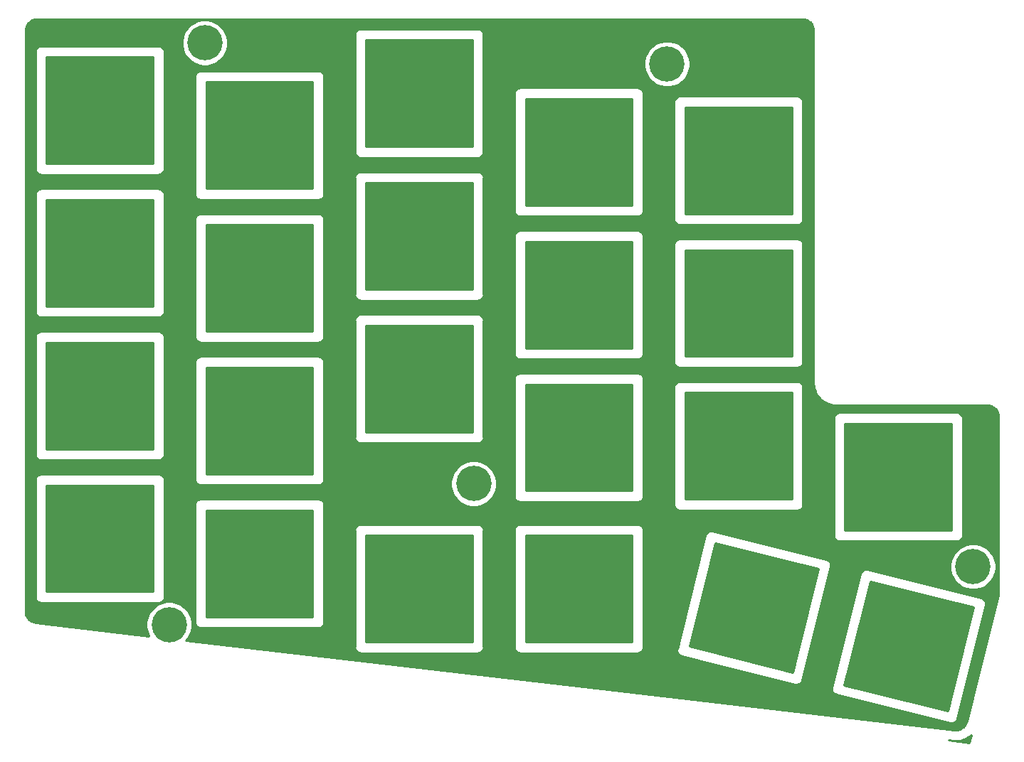
<source format=gbr>
%TF.GenerationSoftware,KiCad,Pcbnew,(5.1.0)-1*%
%TF.CreationDate,2021-02-23T00:40:23+09:00*%
%TF.ProjectId,topplate,746f7070-6c61-4746-952e-6b696361645f,rev?*%
%TF.SameCoordinates,Original*%
%TF.FileFunction,Copper,L2,Bot*%
%TF.FilePolarity,Positive*%
%FSLAX46Y46*%
G04 Gerber Fmt 4.6, Leading zero omitted, Abs format (unit mm)*
G04 Created by KiCad (PCBNEW (5.1.0)-1) date 2021-02-23 00:40:23*
%MOMM*%
%LPD*%
G04 APERTURE LIST*
%TA.AperFunction,ComponentPad*%
%ADD10C,4.200000*%
%TD*%
%TA.AperFunction,NonConductor*%
%ADD11C,0.254000*%
%TD*%
G04 APERTURE END LIST*
D10*
%TO.P,H1,*%
%TO.N,*%
X97750000Y-132780000D03*
%TD*%
%TO.P,H1,*%
%TO.N,*%
X134000000Y-116000000D03*
%TD*%
%TO.P,H1,*%
%TO.N,*%
X157000000Y-66000000D03*
%TD*%
%TO.P,H1,*%
%TO.N,*%
X102000000Y-63500000D03*
%TD*%
%TO.P,H1,*%
%TO.N,*%
X193400000Y-125880000D03*
%TD*%
D11*
G36*
X192906487Y-146860444D02*
G01*
X190474662Y-146559156D01*
X191075685Y-146629307D01*
X191088644Y-146629540D01*
X191221343Y-146639776D01*
X191261542Y-146638941D01*
X191301711Y-146641067D01*
X191310914Y-146640589D01*
X191701202Y-146617597D01*
X191760301Y-146608267D01*
X191819499Y-146599767D01*
X191828431Y-146597511D01*
X191828436Y-146597510D01*
X191828441Y-146597508D01*
X192206824Y-146499149D01*
X192262960Y-146478527D01*
X192319408Y-146458680D01*
X192327735Y-146454731D01*
X192679812Y-146284746D01*
X192730857Y-146253623D01*
X192782389Y-146223182D01*
X192789790Y-146217691D01*
X193102146Y-145982559D01*
X193146177Y-145942111D01*
X193161155Y-145928733D01*
X192906487Y-146860444D01*
X192906487Y-146860444D01*
G37*
X192906487Y-146860444D02*
X190474662Y-146559156D01*
X191075685Y-146629307D01*
X191088644Y-146629540D01*
X191221343Y-146639776D01*
X191261542Y-146638941D01*
X191301711Y-146641067D01*
X191310914Y-146640589D01*
X191701202Y-146617597D01*
X191760301Y-146608267D01*
X191819499Y-146599767D01*
X191828431Y-146597511D01*
X191828436Y-146597510D01*
X191828441Y-146597508D01*
X192206824Y-146499149D01*
X192262960Y-146478527D01*
X192319408Y-146458680D01*
X192327735Y-146454731D01*
X192679812Y-146284746D01*
X192730857Y-146253623D01*
X192782389Y-146223182D01*
X192789790Y-146217691D01*
X193102146Y-145982559D01*
X193146177Y-145942111D01*
X193161155Y-145928733D01*
X192906487Y-146860444D01*
G36*
X173359659Y-60688625D02*
G01*
X173609429Y-60764035D01*
X173839792Y-60886522D01*
X174041980Y-61051422D01*
X174208286Y-61252450D01*
X174332378Y-61481954D01*
X174409531Y-61731195D01*
X174440000Y-62021089D01*
X174440001Y-104032419D01*
X174442852Y-104061364D01*
X174442765Y-104073781D01*
X174443665Y-104082952D01*
X174484466Y-104471145D01*
X174496487Y-104529708D01*
X174507702Y-104588501D01*
X174510366Y-104597323D01*
X174625790Y-104970198D01*
X174648975Y-105025353D01*
X174671379Y-105080806D01*
X174675706Y-105088943D01*
X174861357Y-105432298D01*
X174894780Y-105481849D01*
X174927562Y-105531946D01*
X174933387Y-105539087D01*
X175182194Y-105839841D01*
X175224629Y-105881981D01*
X175266492Y-105924730D01*
X175273592Y-105930604D01*
X175576077Y-106177305D01*
X175625904Y-106210409D01*
X175675259Y-106244204D01*
X175683365Y-106248587D01*
X176028007Y-106431837D01*
X176083311Y-106454631D01*
X176138295Y-106478198D01*
X176147098Y-106480923D01*
X176520770Y-106593741D01*
X176579458Y-106605361D01*
X176637961Y-106617797D01*
X176647126Y-106618760D01*
X177035595Y-106656850D01*
X177035598Y-106656850D01*
X177067581Y-106660000D01*
X195067721Y-106660000D01*
X195359659Y-106688625D01*
X195609429Y-106764035D01*
X195839792Y-106886522D01*
X196041980Y-107051422D01*
X196208286Y-107252450D01*
X196332378Y-107481954D01*
X196409531Y-107731195D01*
X196440001Y-108021101D01*
X196440923Y-128907729D01*
X196409956Y-129223559D01*
X196397763Y-129277716D01*
X192662342Y-144268824D01*
X192564242Y-144546951D01*
X192430999Y-144771997D01*
X192256574Y-144966884D01*
X192047623Y-145124176D01*
X191812099Y-145237888D01*
X191558976Y-145303687D01*
X191278095Y-145320233D01*
X191183686Y-145312951D01*
X149255269Y-140419091D01*
X176608783Y-140419091D01*
X176615305Y-140548935D01*
X176647031Y-140675012D01*
X176702745Y-140792478D01*
X176780305Y-140896818D01*
X176876730Y-140984020D01*
X176988315Y-141050737D01*
X177110772Y-141094402D01*
X177142999Y-141099147D01*
X190664234Y-144470370D01*
X190694912Y-144481309D01*
X190727134Y-144486053D01*
X190727139Y-144486054D01*
X190823533Y-144500245D01*
X190823534Y-144500245D01*
X190953378Y-144493723D01*
X191079455Y-144461997D01*
X191196921Y-144406283D01*
X191301261Y-144328723D01*
X191388463Y-144232298D01*
X191455180Y-144120713D01*
X191487904Y-144028940D01*
X191487904Y-144028939D01*
X191498845Y-143998256D01*
X191503590Y-143966029D01*
X194874813Y-130444794D01*
X194885752Y-130414116D01*
X194894268Y-130356275D01*
X194904688Y-130285495D01*
X194904688Y-130285494D01*
X194898167Y-130155649D01*
X194866440Y-130029572D01*
X194810726Y-129912106D01*
X194733166Y-129807766D01*
X194636741Y-129720564D01*
X194525156Y-129653847D01*
X194433383Y-129621123D01*
X194433373Y-129621120D01*
X194402699Y-129610183D01*
X194370481Y-129605440D01*
X180849239Y-126234216D01*
X180818559Y-126223276D01*
X180786334Y-126218532D01*
X180786331Y-126218531D01*
X180689937Y-126204340D01*
X180560092Y-126210861D01*
X180434015Y-126242588D01*
X180316549Y-126298302D01*
X180212209Y-126375862D01*
X180125007Y-126472287D01*
X180058290Y-126583872D01*
X180025566Y-126675645D01*
X180025563Y-126675655D01*
X180014626Y-126706329D01*
X180009883Y-126738547D01*
X176638659Y-140259789D01*
X176627719Y-140290469D01*
X176622975Y-140322694D01*
X176622974Y-140322697D01*
X176608783Y-140419091D01*
X149255269Y-140419091D01*
X99756276Y-134641598D01*
X99874413Y-134523461D01*
X100173725Y-134075508D01*
X100379895Y-133577770D01*
X100485000Y-133049374D01*
X100485000Y-132510626D01*
X100379895Y-131982230D01*
X100173725Y-131484492D01*
X99874413Y-131036539D01*
X99493461Y-130655587D01*
X99045508Y-130356275D01*
X98547770Y-130150105D01*
X98019374Y-130045000D01*
X97480626Y-130045000D01*
X96952230Y-130150105D01*
X96454492Y-130356275D01*
X96006539Y-130655587D01*
X95625587Y-131036539D01*
X95326275Y-131484492D01*
X95120105Y-131982230D01*
X95015000Y-132510626D01*
X95015000Y-133049374D01*
X95120105Y-133577770D01*
X95326275Y-134075508D01*
X95361801Y-134128677D01*
X81878583Y-132554924D01*
X81591492Y-132492890D01*
X81352038Y-132389304D01*
X81137254Y-132241175D01*
X80955340Y-132054155D01*
X80813214Y-131835360D01*
X80716292Y-131593124D01*
X80664960Y-131319023D01*
X80660000Y-131205580D01*
X80660000Y-115520000D01*
X81836807Y-115520000D01*
X81840000Y-115552419D01*
X81840001Y-129487571D01*
X81836807Y-129520000D01*
X81849550Y-129649383D01*
X81887290Y-129773793D01*
X81948575Y-129888450D01*
X82031052Y-129988948D01*
X82131550Y-130071425D01*
X82246207Y-130132710D01*
X82370617Y-130170450D01*
X82467581Y-130180000D01*
X82500000Y-130183193D01*
X82532419Y-130180000D01*
X96467581Y-130180000D01*
X96500000Y-130183193D01*
X96532419Y-130180000D01*
X96629383Y-130170450D01*
X96753793Y-130132710D01*
X96868450Y-130071425D01*
X96968948Y-129988948D01*
X97051425Y-129888450D01*
X97112710Y-129773793D01*
X97150450Y-129649383D01*
X97163193Y-129520000D01*
X97160000Y-129487581D01*
X97160000Y-118500000D01*
X100836807Y-118500000D01*
X100840000Y-118532419D01*
X100840001Y-132467571D01*
X100836807Y-132500000D01*
X100849550Y-132629383D01*
X100887290Y-132753793D01*
X100948575Y-132868450D01*
X101031052Y-132968948D01*
X101131550Y-133051425D01*
X101246207Y-133112710D01*
X101370617Y-133150450D01*
X101467581Y-133160000D01*
X101500000Y-133163193D01*
X101532419Y-133160000D01*
X115467581Y-133160000D01*
X115500000Y-133163193D01*
X115532419Y-133160000D01*
X115629383Y-133150450D01*
X115753793Y-133112710D01*
X115868450Y-133051425D01*
X115968948Y-132968948D01*
X116051425Y-132868450D01*
X116112710Y-132753793D01*
X116150450Y-132629383D01*
X116163193Y-132500000D01*
X116160000Y-132467581D01*
X116160000Y-121500000D01*
X119836807Y-121500000D01*
X119840000Y-121532419D01*
X119840001Y-135467571D01*
X119836807Y-135500000D01*
X119849550Y-135629383D01*
X119887290Y-135753793D01*
X119948575Y-135868450D01*
X120031052Y-135968948D01*
X120131550Y-136051425D01*
X120246207Y-136112710D01*
X120370617Y-136150450D01*
X120467581Y-136160000D01*
X120500000Y-136163193D01*
X120532419Y-136160000D01*
X134467581Y-136160000D01*
X134500000Y-136163193D01*
X134532419Y-136160000D01*
X134629383Y-136150450D01*
X134753793Y-136112710D01*
X134868450Y-136051425D01*
X134968948Y-135968948D01*
X135051425Y-135868450D01*
X135112710Y-135753793D01*
X135150450Y-135629383D01*
X135163193Y-135500000D01*
X135160000Y-135467581D01*
X135160000Y-121532419D01*
X135163193Y-121500000D01*
X138836807Y-121500000D01*
X138840000Y-121532419D01*
X138840001Y-135467571D01*
X138836807Y-135500000D01*
X138849550Y-135629383D01*
X138887290Y-135753793D01*
X138948575Y-135868450D01*
X139031052Y-135968948D01*
X139131550Y-136051425D01*
X139246207Y-136112710D01*
X139370617Y-136150450D01*
X139467581Y-136160000D01*
X139500000Y-136163193D01*
X139532419Y-136160000D01*
X153467581Y-136160000D01*
X153500000Y-136163193D01*
X153532419Y-136160000D01*
X153629383Y-136150450D01*
X153753793Y-136112710D01*
X153868450Y-136051425D01*
X153968948Y-135968948D01*
X154051425Y-135868450D01*
X154072462Y-135829091D01*
X158168783Y-135829091D01*
X158175305Y-135958935D01*
X158207031Y-136085012D01*
X158262745Y-136202478D01*
X158340305Y-136306818D01*
X158436730Y-136394020D01*
X158548315Y-136460737D01*
X158670772Y-136504402D01*
X158702999Y-136509147D01*
X172224234Y-139880370D01*
X172254912Y-139891309D01*
X172287134Y-139896053D01*
X172287139Y-139896054D01*
X172383533Y-139910245D01*
X172383534Y-139910245D01*
X172513378Y-139903723D01*
X172639455Y-139871997D01*
X172756921Y-139816283D01*
X172861261Y-139738723D01*
X172948463Y-139642298D01*
X173015180Y-139530713D01*
X173047904Y-139438940D01*
X173047904Y-139438939D01*
X173058845Y-139408256D01*
X173063590Y-139376029D01*
X176434813Y-125854794D01*
X176445752Y-125824116D01*
X176464688Y-125695494D01*
X176460426Y-125610626D01*
X190665000Y-125610626D01*
X190665000Y-126149374D01*
X190770105Y-126677770D01*
X190976275Y-127175508D01*
X191275587Y-127623461D01*
X191656539Y-128004413D01*
X192104492Y-128303725D01*
X192602230Y-128509895D01*
X193130626Y-128615000D01*
X193669374Y-128615000D01*
X194197770Y-128509895D01*
X194695508Y-128303725D01*
X195143461Y-128004413D01*
X195524413Y-127623461D01*
X195823725Y-127175508D01*
X196029895Y-126677770D01*
X196135000Y-126149374D01*
X196135000Y-125610626D01*
X196029895Y-125082230D01*
X195823725Y-124584492D01*
X195524413Y-124136539D01*
X195143461Y-123755587D01*
X194695508Y-123456275D01*
X194197770Y-123250105D01*
X193669374Y-123145000D01*
X193130626Y-123145000D01*
X192602230Y-123250105D01*
X192104492Y-123456275D01*
X191656539Y-123755587D01*
X191275587Y-124136539D01*
X190976275Y-124584492D01*
X190770105Y-125082230D01*
X190665000Y-125610626D01*
X176460426Y-125610626D01*
X176458167Y-125565649D01*
X176426440Y-125439572D01*
X176370726Y-125322106D01*
X176293166Y-125217766D01*
X176196741Y-125130564D01*
X176085156Y-125063847D01*
X175993383Y-125031123D01*
X175993373Y-125031120D01*
X175962699Y-125020183D01*
X175930481Y-125015440D01*
X162409239Y-121644216D01*
X162378559Y-121633276D01*
X162346334Y-121628532D01*
X162346331Y-121628531D01*
X162249937Y-121614340D01*
X162120092Y-121620861D01*
X161994015Y-121652588D01*
X161876549Y-121708302D01*
X161772209Y-121785862D01*
X161685007Y-121882287D01*
X161618290Y-121993872D01*
X161585566Y-122085645D01*
X161585563Y-122085655D01*
X161574626Y-122116329D01*
X161569883Y-122148547D01*
X158198659Y-135669789D01*
X158187719Y-135700469D01*
X158182975Y-135732694D01*
X158182974Y-135732697D01*
X158168783Y-135829091D01*
X154072462Y-135829091D01*
X154112710Y-135753793D01*
X154150450Y-135629383D01*
X154163193Y-135500000D01*
X154160000Y-135467581D01*
X154160000Y-121532419D01*
X154163193Y-121500000D01*
X154150450Y-121370617D01*
X154112710Y-121246207D01*
X154051425Y-121131550D01*
X153968948Y-121031052D01*
X153868450Y-120948575D01*
X153753793Y-120887290D01*
X153629383Y-120849550D01*
X153532419Y-120840000D01*
X153500000Y-120836807D01*
X153467581Y-120840000D01*
X139532419Y-120840000D01*
X139500000Y-120836807D01*
X139467581Y-120840000D01*
X139370617Y-120849550D01*
X139246207Y-120887290D01*
X139131550Y-120948575D01*
X139031052Y-121031052D01*
X138948575Y-121131550D01*
X138887290Y-121246207D01*
X138849550Y-121370617D01*
X138836807Y-121500000D01*
X135163193Y-121500000D01*
X135150450Y-121370617D01*
X135112710Y-121246207D01*
X135051425Y-121131550D01*
X134968948Y-121031052D01*
X134868450Y-120948575D01*
X134753793Y-120887290D01*
X134629383Y-120849550D01*
X134532419Y-120840000D01*
X134500000Y-120836807D01*
X134467581Y-120840000D01*
X120532419Y-120840000D01*
X120500000Y-120836807D01*
X120467581Y-120840000D01*
X120370617Y-120849550D01*
X120246207Y-120887290D01*
X120131550Y-120948575D01*
X120031052Y-121031052D01*
X119948575Y-121131550D01*
X119887290Y-121246207D01*
X119849550Y-121370617D01*
X119836807Y-121500000D01*
X116160000Y-121500000D01*
X116160000Y-118532419D01*
X116163193Y-118500000D01*
X116150450Y-118370617D01*
X116112710Y-118246207D01*
X116051425Y-118131550D01*
X115968948Y-118031052D01*
X115868450Y-117948575D01*
X115753793Y-117887290D01*
X115629383Y-117849550D01*
X115532419Y-117840000D01*
X115500000Y-117836807D01*
X115467581Y-117840000D01*
X101532419Y-117840000D01*
X101500000Y-117836807D01*
X101467581Y-117840000D01*
X101370617Y-117849550D01*
X101246207Y-117887290D01*
X101131550Y-117948575D01*
X101031052Y-118031052D01*
X100948575Y-118131550D01*
X100887290Y-118246207D01*
X100849550Y-118370617D01*
X100836807Y-118500000D01*
X97160000Y-118500000D01*
X97160000Y-115552419D01*
X97163193Y-115520000D01*
X97150450Y-115390617D01*
X97112710Y-115266207D01*
X97051425Y-115151550D01*
X96968948Y-115051052D01*
X96868450Y-114968575D01*
X96753793Y-114907290D01*
X96629383Y-114869550D01*
X96532419Y-114860000D01*
X96500000Y-114856807D01*
X96467581Y-114860000D01*
X82532419Y-114860000D01*
X82500000Y-114856807D01*
X82467581Y-114860000D01*
X82370617Y-114869550D01*
X82246207Y-114907290D01*
X82131550Y-114968575D01*
X82031052Y-115051052D01*
X81948575Y-115151550D01*
X81887290Y-115266207D01*
X81849550Y-115390617D01*
X81836807Y-115520000D01*
X80660000Y-115520000D01*
X80660000Y-98520000D01*
X81836807Y-98520000D01*
X81840000Y-98552419D01*
X81840001Y-112487571D01*
X81836807Y-112520000D01*
X81849550Y-112649383D01*
X81887290Y-112773793D01*
X81948575Y-112888450D01*
X82031052Y-112988948D01*
X82131550Y-113071425D01*
X82246207Y-113132710D01*
X82370617Y-113170450D01*
X82467581Y-113180000D01*
X82500000Y-113183193D01*
X82532419Y-113180000D01*
X96467581Y-113180000D01*
X96500000Y-113183193D01*
X96532419Y-113180000D01*
X96629383Y-113170450D01*
X96753793Y-113132710D01*
X96868450Y-113071425D01*
X96968948Y-112988948D01*
X97051425Y-112888450D01*
X97112710Y-112773793D01*
X97150450Y-112649383D01*
X97163193Y-112520000D01*
X97160000Y-112487581D01*
X97160000Y-101500000D01*
X100836807Y-101500000D01*
X100840000Y-101532419D01*
X100840001Y-115467571D01*
X100836807Y-115500000D01*
X100849550Y-115629383D01*
X100887290Y-115753793D01*
X100948575Y-115868450D01*
X101031052Y-115968948D01*
X101131550Y-116051425D01*
X101246207Y-116112710D01*
X101370617Y-116150450D01*
X101467581Y-116160000D01*
X101500000Y-116163193D01*
X101532419Y-116160000D01*
X115467581Y-116160000D01*
X115500000Y-116163193D01*
X115532419Y-116160000D01*
X115629383Y-116150450D01*
X115753793Y-116112710D01*
X115868450Y-116051425D01*
X115968948Y-115968948D01*
X116051425Y-115868450D01*
X116112710Y-115753793D01*
X116119737Y-115730626D01*
X131265000Y-115730626D01*
X131265000Y-116269374D01*
X131370105Y-116797770D01*
X131576275Y-117295508D01*
X131875587Y-117743461D01*
X132256539Y-118124413D01*
X132704492Y-118423725D01*
X133202230Y-118629895D01*
X133730626Y-118735000D01*
X134269374Y-118735000D01*
X134797770Y-118629895D01*
X135295508Y-118423725D01*
X135743461Y-118124413D01*
X136124413Y-117743461D01*
X136423725Y-117295508D01*
X136629895Y-116797770D01*
X136735000Y-116269374D01*
X136735000Y-115730626D01*
X136629895Y-115202230D01*
X136423725Y-114704492D01*
X136124413Y-114256539D01*
X135743461Y-113875587D01*
X135295508Y-113576275D01*
X134797770Y-113370105D01*
X134269374Y-113265000D01*
X133730626Y-113265000D01*
X133202230Y-113370105D01*
X132704492Y-113576275D01*
X132256539Y-113875587D01*
X131875587Y-114256539D01*
X131576275Y-114704492D01*
X131370105Y-115202230D01*
X131265000Y-115730626D01*
X116119737Y-115730626D01*
X116150450Y-115629383D01*
X116163193Y-115500000D01*
X116160000Y-115467581D01*
X116160000Y-101532419D01*
X116163193Y-101500000D01*
X116150450Y-101370617D01*
X116112710Y-101246207D01*
X116051425Y-101131550D01*
X115968948Y-101031052D01*
X115868450Y-100948575D01*
X115753793Y-100887290D01*
X115629383Y-100849550D01*
X115532419Y-100840000D01*
X115500000Y-100836807D01*
X115467581Y-100840000D01*
X101532419Y-100840000D01*
X101500000Y-100836807D01*
X101467581Y-100840000D01*
X101370617Y-100849550D01*
X101246207Y-100887290D01*
X101131550Y-100948575D01*
X101031052Y-101031052D01*
X100948575Y-101131550D01*
X100887290Y-101246207D01*
X100849550Y-101370617D01*
X100836807Y-101500000D01*
X97160000Y-101500000D01*
X97160000Y-98552419D01*
X97163193Y-98520000D01*
X97150450Y-98390617D01*
X97112710Y-98266207D01*
X97051425Y-98151550D01*
X96968948Y-98051052D01*
X96868450Y-97968575D01*
X96753793Y-97907290D01*
X96629383Y-97869550D01*
X96532419Y-97860000D01*
X96500000Y-97856807D01*
X96467581Y-97860000D01*
X82532419Y-97860000D01*
X82500000Y-97856807D01*
X82467581Y-97860000D01*
X82370617Y-97869550D01*
X82246207Y-97907290D01*
X82131550Y-97968575D01*
X82031052Y-98051052D01*
X81948575Y-98151550D01*
X81887290Y-98266207D01*
X81849550Y-98390617D01*
X81836807Y-98520000D01*
X80660000Y-98520000D01*
X80660000Y-81520000D01*
X81836807Y-81520000D01*
X81840000Y-81552419D01*
X81840001Y-95487571D01*
X81836807Y-95520000D01*
X81849550Y-95649383D01*
X81887290Y-95773793D01*
X81948575Y-95888450D01*
X82031052Y-95988948D01*
X82131550Y-96071425D01*
X82246207Y-96132710D01*
X82370617Y-96170450D01*
X82467581Y-96180000D01*
X82500000Y-96183193D01*
X82532419Y-96180000D01*
X96467581Y-96180000D01*
X96500000Y-96183193D01*
X96532419Y-96180000D01*
X96629383Y-96170450D01*
X96753793Y-96132710D01*
X96868450Y-96071425D01*
X96968948Y-95988948D01*
X97051425Y-95888450D01*
X97112710Y-95773793D01*
X97150450Y-95649383D01*
X97163193Y-95520000D01*
X97160000Y-95487581D01*
X97160000Y-84500000D01*
X100836807Y-84500000D01*
X100840000Y-84532419D01*
X100840001Y-98467571D01*
X100836807Y-98500000D01*
X100849550Y-98629383D01*
X100887290Y-98753793D01*
X100948575Y-98868450D01*
X101031052Y-98968948D01*
X101131550Y-99051425D01*
X101246207Y-99112710D01*
X101370617Y-99150450D01*
X101467581Y-99160000D01*
X101500000Y-99163193D01*
X101532419Y-99160000D01*
X115467581Y-99160000D01*
X115500000Y-99163193D01*
X115532419Y-99160000D01*
X115629383Y-99150450D01*
X115753793Y-99112710D01*
X115868450Y-99051425D01*
X115968948Y-98968948D01*
X116051425Y-98868450D01*
X116112710Y-98753793D01*
X116150450Y-98629383D01*
X116163193Y-98500000D01*
X116160000Y-98467581D01*
X116160000Y-96500000D01*
X119836807Y-96500000D01*
X119840000Y-96532419D01*
X119840001Y-110467571D01*
X119836807Y-110500000D01*
X119849550Y-110629383D01*
X119887290Y-110753793D01*
X119948575Y-110868450D01*
X120031052Y-110968948D01*
X120131550Y-111051425D01*
X120246207Y-111112710D01*
X120370617Y-111150450D01*
X120467581Y-111160000D01*
X120500000Y-111163193D01*
X120532419Y-111160000D01*
X134467581Y-111160000D01*
X134500000Y-111163193D01*
X134532419Y-111160000D01*
X134629383Y-111150450D01*
X134753793Y-111112710D01*
X134868450Y-111051425D01*
X134968948Y-110968948D01*
X135051425Y-110868450D01*
X135112710Y-110753793D01*
X135150450Y-110629383D01*
X135163193Y-110500000D01*
X135160000Y-110467581D01*
X135160000Y-103500000D01*
X138836807Y-103500000D01*
X138840000Y-103532419D01*
X138840001Y-117467571D01*
X138836807Y-117500000D01*
X138849550Y-117629383D01*
X138887290Y-117753793D01*
X138948575Y-117868450D01*
X139031052Y-117968948D01*
X139131550Y-118051425D01*
X139246207Y-118112710D01*
X139370617Y-118150450D01*
X139467581Y-118160000D01*
X139500000Y-118163193D01*
X139532419Y-118160000D01*
X153467581Y-118160000D01*
X153500000Y-118163193D01*
X153532419Y-118160000D01*
X153629383Y-118150450D01*
X153753793Y-118112710D01*
X153868450Y-118051425D01*
X153968948Y-117968948D01*
X154051425Y-117868450D01*
X154112710Y-117753793D01*
X154150450Y-117629383D01*
X154163193Y-117500000D01*
X154160000Y-117467581D01*
X154160000Y-104500000D01*
X157836807Y-104500000D01*
X157840000Y-104532419D01*
X157840001Y-118467571D01*
X157836807Y-118500000D01*
X157849550Y-118629383D01*
X157887290Y-118753793D01*
X157948575Y-118868450D01*
X158031052Y-118968948D01*
X158131550Y-119051425D01*
X158246207Y-119112710D01*
X158370617Y-119150450D01*
X158467581Y-119160000D01*
X158500000Y-119163193D01*
X158532419Y-119160000D01*
X172467581Y-119160000D01*
X172500000Y-119163193D01*
X172532419Y-119160000D01*
X172629383Y-119150450D01*
X172753793Y-119112710D01*
X172868450Y-119051425D01*
X172968948Y-118968948D01*
X173051425Y-118868450D01*
X173112710Y-118753793D01*
X173150450Y-118629383D01*
X173163193Y-118500000D01*
X173160000Y-118467581D01*
X173160000Y-108180000D01*
X176836807Y-108180000D01*
X176840000Y-108212419D01*
X176840001Y-122147571D01*
X176836807Y-122180000D01*
X176849550Y-122309383D01*
X176887290Y-122433793D01*
X176948575Y-122548450D01*
X177031052Y-122648948D01*
X177131550Y-122731425D01*
X177246207Y-122792710D01*
X177370617Y-122830450D01*
X177467581Y-122840000D01*
X177500000Y-122843193D01*
X177532419Y-122840000D01*
X191467581Y-122840000D01*
X191500000Y-122843193D01*
X191532419Y-122840000D01*
X191629383Y-122830450D01*
X191753793Y-122792710D01*
X191868450Y-122731425D01*
X191968948Y-122648948D01*
X192051425Y-122548450D01*
X192112710Y-122433793D01*
X192150450Y-122309383D01*
X192163193Y-122180000D01*
X192160000Y-122147581D01*
X192160000Y-108212419D01*
X192163193Y-108180000D01*
X192150450Y-108050617D01*
X192112710Y-107926207D01*
X192051425Y-107811550D01*
X191968948Y-107711052D01*
X191868450Y-107628575D01*
X191753793Y-107567290D01*
X191629383Y-107529550D01*
X191532419Y-107520000D01*
X191500000Y-107516807D01*
X191467581Y-107520000D01*
X177532419Y-107520000D01*
X177500000Y-107516807D01*
X177467581Y-107520000D01*
X177370617Y-107529550D01*
X177246207Y-107567290D01*
X177131550Y-107628575D01*
X177031052Y-107711052D01*
X176948575Y-107811550D01*
X176887290Y-107926207D01*
X176849550Y-108050617D01*
X176836807Y-108180000D01*
X173160000Y-108180000D01*
X173160000Y-104532419D01*
X173163193Y-104500000D01*
X173150450Y-104370617D01*
X173112710Y-104246207D01*
X173051425Y-104131550D01*
X172968948Y-104031052D01*
X172868450Y-103948575D01*
X172753793Y-103887290D01*
X172629383Y-103849550D01*
X172532419Y-103840000D01*
X172500000Y-103836807D01*
X172467581Y-103840000D01*
X158532419Y-103840000D01*
X158500000Y-103836807D01*
X158467581Y-103840000D01*
X158370617Y-103849550D01*
X158246207Y-103887290D01*
X158131550Y-103948575D01*
X158031052Y-104031052D01*
X157948575Y-104131550D01*
X157887290Y-104246207D01*
X157849550Y-104370617D01*
X157836807Y-104500000D01*
X154160000Y-104500000D01*
X154160000Y-103532419D01*
X154163193Y-103500000D01*
X154150450Y-103370617D01*
X154112710Y-103246207D01*
X154051425Y-103131550D01*
X153968948Y-103031052D01*
X153868450Y-102948575D01*
X153753793Y-102887290D01*
X153629383Y-102849550D01*
X153532419Y-102840000D01*
X153500000Y-102836807D01*
X153467581Y-102840000D01*
X139532419Y-102840000D01*
X139500000Y-102836807D01*
X139467581Y-102840000D01*
X139370617Y-102849550D01*
X139246207Y-102887290D01*
X139131550Y-102948575D01*
X139031052Y-103031052D01*
X138948575Y-103131550D01*
X138887290Y-103246207D01*
X138849550Y-103370617D01*
X138836807Y-103500000D01*
X135160000Y-103500000D01*
X135160000Y-96532419D01*
X135163193Y-96500000D01*
X135150450Y-96370617D01*
X135112710Y-96246207D01*
X135051425Y-96131550D01*
X134968948Y-96031052D01*
X134868450Y-95948575D01*
X134753793Y-95887290D01*
X134629383Y-95849550D01*
X134532419Y-95840000D01*
X134500000Y-95836807D01*
X134467581Y-95840000D01*
X120532419Y-95840000D01*
X120500000Y-95836807D01*
X120467581Y-95840000D01*
X120370617Y-95849550D01*
X120246207Y-95887290D01*
X120131550Y-95948575D01*
X120031052Y-96031052D01*
X119948575Y-96131550D01*
X119887290Y-96246207D01*
X119849550Y-96370617D01*
X119836807Y-96500000D01*
X116160000Y-96500000D01*
X116160000Y-84532419D01*
X116163193Y-84500000D01*
X116150450Y-84370617D01*
X116112710Y-84246207D01*
X116051425Y-84131550D01*
X115968948Y-84031052D01*
X115868450Y-83948575D01*
X115753793Y-83887290D01*
X115629383Y-83849550D01*
X115532419Y-83840000D01*
X115500000Y-83836807D01*
X115467581Y-83840000D01*
X101532419Y-83840000D01*
X101500000Y-83836807D01*
X101467581Y-83840000D01*
X101370617Y-83849550D01*
X101246207Y-83887290D01*
X101131550Y-83948575D01*
X101031052Y-84031052D01*
X100948575Y-84131550D01*
X100887290Y-84246207D01*
X100849550Y-84370617D01*
X100836807Y-84500000D01*
X97160000Y-84500000D01*
X97160000Y-81552419D01*
X97163193Y-81520000D01*
X97150450Y-81390617D01*
X97112710Y-81266207D01*
X97051425Y-81151550D01*
X96968948Y-81051052D01*
X96868450Y-80968575D01*
X96753793Y-80907290D01*
X96629383Y-80869550D01*
X96532419Y-80860000D01*
X96500000Y-80856807D01*
X96467581Y-80860000D01*
X82532419Y-80860000D01*
X82500000Y-80856807D01*
X82467581Y-80860000D01*
X82370617Y-80869550D01*
X82246207Y-80907290D01*
X82131550Y-80968575D01*
X82031052Y-81051052D01*
X81948575Y-81151550D01*
X81887290Y-81266207D01*
X81849550Y-81390617D01*
X81836807Y-81520000D01*
X80660000Y-81520000D01*
X80660000Y-64520000D01*
X81836807Y-64520000D01*
X81840000Y-64552419D01*
X81840001Y-78487571D01*
X81836807Y-78520000D01*
X81849550Y-78649383D01*
X81887290Y-78773793D01*
X81948575Y-78888450D01*
X82031052Y-78988948D01*
X82131550Y-79071425D01*
X82246207Y-79132710D01*
X82370617Y-79170450D01*
X82467581Y-79180000D01*
X82500000Y-79183193D01*
X82532419Y-79180000D01*
X96467581Y-79180000D01*
X96500000Y-79183193D01*
X96532419Y-79180000D01*
X96629383Y-79170450D01*
X96753793Y-79132710D01*
X96868450Y-79071425D01*
X96968948Y-78988948D01*
X97051425Y-78888450D01*
X97112710Y-78773793D01*
X97150450Y-78649383D01*
X97163193Y-78520000D01*
X97160000Y-78487581D01*
X97160000Y-67500000D01*
X100836807Y-67500000D01*
X100840000Y-67532419D01*
X100840001Y-81467571D01*
X100836807Y-81500000D01*
X100849550Y-81629383D01*
X100887290Y-81753793D01*
X100948575Y-81868450D01*
X101031052Y-81968948D01*
X101131550Y-82051425D01*
X101246207Y-82112710D01*
X101370617Y-82150450D01*
X101467581Y-82160000D01*
X101500000Y-82163193D01*
X101532419Y-82160000D01*
X115467581Y-82160000D01*
X115500000Y-82163193D01*
X115532419Y-82160000D01*
X115629383Y-82150450D01*
X115753793Y-82112710D01*
X115868450Y-82051425D01*
X115968948Y-81968948D01*
X116051425Y-81868450D01*
X116112710Y-81753793D01*
X116150450Y-81629383D01*
X116163193Y-81500000D01*
X116160000Y-81467581D01*
X116160000Y-79500000D01*
X119836807Y-79500000D01*
X119840000Y-79532419D01*
X119840001Y-93467571D01*
X119836807Y-93500000D01*
X119849550Y-93629383D01*
X119887290Y-93753793D01*
X119948575Y-93868450D01*
X120031052Y-93968948D01*
X120131550Y-94051425D01*
X120246207Y-94112710D01*
X120370617Y-94150450D01*
X120467581Y-94160000D01*
X120500000Y-94163193D01*
X120532419Y-94160000D01*
X134467581Y-94160000D01*
X134500000Y-94163193D01*
X134532419Y-94160000D01*
X134629383Y-94150450D01*
X134753793Y-94112710D01*
X134868450Y-94051425D01*
X134968948Y-93968948D01*
X135051425Y-93868450D01*
X135112710Y-93753793D01*
X135150450Y-93629383D01*
X135163193Y-93500000D01*
X135160000Y-93467581D01*
X135160000Y-86500000D01*
X138836807Y-86500000D01*
X138840000Y-86532419D01*
X138840001Y-100467571D01*
X138836807Y-100500000D01*
X138849550Y-100629383D01*
X138887290Y-100753793D01*
X138948575Y-100868450D01*
X139031052Y-100968948D01*
X139131550Y-101051425D01*
X139246207Y-101112710D01*
X139370617Y-101150450D01*
X139467581Y-101160000D01*
X139500000Y-101163193D01*
X139532419Y-101160000D01*
X153467581Y-101160000D01*
X153500000Y-101163193D01*
X153532419Y-101160000D01*
X153629383Y-101150450D01*
X153753793Y-101112710D01*
X153868450Y-101051425D01*
X153968948Y-100968948D01*
X154051425Y-100868450D01*
X154112710Y-100753793D01*
X154150450Y-100629383D01*
X154163193Y-100500000D01*
X154160000Y-100467581D01*
X154160000Y-87500000D01*
X157836807Y-87500000D01*
X157840000Y-87532419D01*
X157840001Y-101467571D01*
X157836807Y-101500000D01*
X157849550Y-101629383D01*
X157887290Y-101753793D01*
X157948575Y-101868450D01*
X158031052Y-101968948D01*
X158131550Y-102051425D01*
X158246207Y-102112710D01*
X158370617Y-102150450D01*
X158467581Y-102160000D01*
X158500000Y-102163193D01*
X158532419Y-102160000D01*
X172467581Y-102160000D01*
X172500000Y-102163193D01*
X172532419Y-102160000D01*
X172629383Y-102150450D01*
X172753793Y-102112710D01*
X172868450Y-102051425D01*
X172968948Y-101968948D01*
X173051425Y-101868450D01*
X173112710Y-101753793D01*
X173150450Y-101629383D01*
X173163193Y-101500000D01*
X173160000Y-101467581D01*
X173160000Y-87532419D01*
X173163193Y-87500000D01*
X173150450Y-87370617D01*
X173112710Y-87246207D01*
X173051425Y-87131550D01*
X172968948Y-87031052D01*
X172868450Y-86948575D01*
X172753793Y-86887290D01*
X172629383Y-86849550D01*
X172532419Y-86840000D01*
X172500000Y-86836807D01*
X172467581Y-86840000D01*
X158532419Y-86840000D01*
X158500000Y-86836807D01*
X158467581Y-86840000D01*
X158370617Y-86849550D01*
X158246207Y-86887290D01*
X158131550Y-86948575D01*
X158031052Y-87031052D01*
X157948575Y-87131550D01*
X157887290Y-87246207D01*
X157849550Y-87370617D01*
X157836807Y-87500000D01*
X154160000Y-87500000D01*
X154160000Y-86532419D01*
X154163193Y-86500000D01*
X154150450Y-86370617D01*
X154112710Y-86246207D01*
X154051425Y-86131550D01*
X153968948Y-86031052D01*
X153868450Y-85948575D01*
X153753793Y-85887290D01*
X153629383Y-85849550D01*
X153532419Y-85840000D01*
X153500000Y-85836807D01*
X153467581Y-85840000D01*
X139532419Y-85840000D01*
X139500000Y-85836807D01*
X139467581Y-85840000D01*
X139370617Y-85849550D01*
X139246207Y-85887290D01*
X139131550Y-85948575D01*
X139031052Y-86031052D01*
X138948575Y-86131550D01*
X138887290Y-86246207D01*
X138849550Y-86370617D01*
X138836807Y-86500000D01*
X135160000Y-86500000D01*
X135160000Y-79532419D01*
X135163193Y-79500000D01*
X135150450Y-79370617D01*
X135112710Y-79246207D01*
X135051425Y-79131550D01*
X134968948Y-79031052D01*
X134868450Y-78948575D01*
X134753793Y-78887290D01*
X134629383Y-78849550D01*
X134532419Y-78840000D01*
X134500000Y-78836807D01*
X134467581Y-78840000D01*
X120532419Y-78840000D01*
X120500000Y-78836807D01*
X120467581Y-78840000D01*
X120370617Y-78849550D01*
X120246207Y-78887290D01*
X120131550Y-78948575D01*
X120031052Y-79031052D01*
X119948575Y-79131550D01*
X119887290Y-79246207D01*
X119849550Y-79370617D01*
X119836807Y-79500000D01*
X116160000Y-79500000D01*
X116160000Y-67532419D01*
X116163193Y-67500000D01*
X116150450Y-67370617D01*
X116112710Y-67246207D01*
X116051425Y-67131550D01*
X115968948Y-67031052D01*
X115868450Y-66948575D01*
X115753793Y-66887290D01*
X115629383Y-66849550D01*
X115532419Y-66840000D01*
X115500000Y-66836807D01*
X115467581Y-66840000D01*
X101532419Y-66840000D01*
X101500000Y-66836807D01*
X101467581Y-66840000D01*
X101370617Y-66849550D01*
X101246207Y-66887290D01*
X101131550Y-66948575D01*
X101031052Y-67031052D01*
X100948575Y-67131550D01*
X100887290Y-67246207D01*
X100849550Y-67370617D01*
X100836807Y-67500000D01*
X97160000Y-67500000D01*
X97160000Y-64552419D01*
X97163193Y-64520000D01*
X97150450Y-64390617D01*
X97112710Y-64266207D01*
X97051425Y-64151550D01*
X96968948Y-64051052D01*
X96868450Y-63968575D01*
X96753793Y-63907290D01*
X96629383Y-63869550D01*
X96532419Y-63860000D01*
X96500000Y-63856807D01*
X96467581Y-63860000D01*
X82532419Y-63860000D01*
X82500000Y-63856807D01*
X82467581Y-63860000D01*
X82370617Y-63869550D01*
X82246207Y-63907290D01*
X82131550Y-63968575D01*
X82031052Y-64051052D01*
X81948575Y-64151550D01*
X81887290Y-64266207D01*
X81849550Y-64390617D01*
X81836807Y-64520000D01*
X80660000Y-64520000D01*
X80660000Y-63230626D01*
X99265000Y-63230626D01*
X99265000Y-63769374D01*
X99370105Y-64297770D01*
X99576275Y-64795508D01*
X99875587Y-65243461D01*
X100256539Y-65624413D01*
X100704492Y-65923725D01*
X101202230Y-66129895D01*
X101730626Y-66235000D01*
X102269374Y-66235000D01*
X102797770Y-66129895D01*
X103295508Y-65923725D01*
X103743461Y-65624413D01*
X104124413Y-65243461D01*
X104423725Y-64795508D01*
X104629895Y-64297770D01*
X104735000Y-63769374D01*
X104735000Y-63230626D01*
X104629895Y-62702230D01*
X104546129Y-62500000D01*
X119836807Y-62500000D01*
X119840000Y-62532419D01*
X119840001Y-76467571D01*
X119836807Y-76500000D01*
X119849550Y-76629383D01*
X119887290Y-76753793D01*
X119948575Y-76868450D01*
X120031052Y-76968948D01*
X120131550Y-77051425D01*
X120246207Y-77112710D01*
X120370617Y-77150450D01*
X120467581Y-77160000D01*
X120500000Y-77163193D01*
X120532419Y-77160000D01*
X134467581Y-77160000D01*
X134500000Y-77163193D01*
X134532419Y-77160000D01*
X134629383Y-77150450D01*
X134753793Y-77112710D01*
X134868450Y-77051425D01*
X134968948Y-76968948D01*
X135051425Y-76868450D01*
X135112710Y-76753793D01*
X135150450Y-76629383D01*
X135163193Y-76500000D01*
X135160000Y-76467581D01*
X135160000Y-69500000D01*
X138836807Y-69500000D01*
X138840000Y-69532419D01*
X138840001Y-83467571D01*
X138836807Y-83500000D01*
X138849550Y-83629383D01*
X138887290Y-83753793D01*
X138948575Y-83868450D01*
X139031052Y-83968948D01*
X139131550Y-84051425D01*
X139246207Y-84112710D01*
X139370617Y-84150450D01*
X139467581Y-84160000D01*
X139500000Y-84163193D01*
X139532419Y-84160000D01*
X153467581Y-84160000D01*
X153500000Y-84163193D01*
X153532419Y-84160000D01*
X153629383Y-84150450D01*
X153753793Y-84112710D01*
X153868450Y-84051425D01*
X153968948Y-83968948D01*
X154051425Y-83868450D01*
X154112710Y-83753793D01*
X154150450Y-83629383D01*
X154163193Y-83500000D01*
X154160000Y-83467581D01*
X154160000Y-70500000D01*
X157836807Y-70500000D01*
X157840000Y-70532419D01*
X157840001Y-84467571D01*
X157836807Y-84500000D01*
X157849550Y-84629383D01*
X157887290Y-84753793D01*
X157948575Y-84868450D01*
X158031052Y-84968948D01*
X158131550Y-85051425D01*
X158246207Y-85112710D01*
X158370617Y-85150450D01*
X158467581Y-85160000D01*
X158500000Y-85163193D01*
X158532419Y-85160000D01*
X172467581Y-85160000D01*
X172500000Y-85163193D01*
X172532419Y-85160000D01*
X172629383Y-85150450D01*
X172753793Y-85112710D01*
X172868450Y-85051425D01*
X172968948Y-84968948D01*
X173051425Y-84868450D01*
X173112710Y-84753793D01*
X173150450Y-84629383D01*
X173163193Y-84500000D01*
X173160000Y-84467581D01*
X173160000Y-70532419D01*
X173163193Y-70500000D01*
X173150450Y-70370617D01*
X173112710Y-70246207D01*
X173051425Y-70131550D01*
X172968948Y-70031052D01*
X172868450Y-69948575D01*
X172753793Y-69887290D01*
X172629383Y-69849550D01*
X172532419Y-69840000D01*
X172500000Y-69836807D01*
X172467581Y-69840000D01*
X158532419Y-69840000D01*
X158500000Y-69836807D01*
X158467581Y-69840000D01*
X158370617Y-69849550D01*
X158246207Y-69887290D01*
X158131550Y-69948575D01*
X158031052Y-70031052D01*
X157948575Y-70131550D01*
X157887290Y-70246207D01*
X157849550Y-70370617D01*
X157836807Y-70500000D01*
X154160000Y-70500000D01*
X154160000Y-69532419D01*
X154163193Y-69500000D01*
X154150450Y-69370617D01*
X154112710Y-69246207D01*
X154051425Y-69131550D01*
X153968948Y-69031052D01*
X153868450Y-68948575D01*
X153753793Y-68887290D01*
X153629383Y-68849550D01*
X153532419Y-68840000D01*
X153500000Y-68836807D01*
X153467581Y-68840000D01*
X139532419Y-68840000D01*
X139500000Y-68836807D01*
X139467581Y-68840000D01*
X139370617Y-68849550D01*
X139246207Y-68887290D01*
X139131550Y-68948575D01*
X139031052Y-69031052D01*
X138948575Y-69131550D01*
X138887290Y-69246207D01*
X138849550Y-69370617D01*
X138836807Y-69500000D01*
X135160000Y-69500000D01*
X135160000Y-65730626D01*
X154265000Y-65730626D01*
X154265000Y-66269374D01*
X154370105Y-66797770D01*
X154576275Y-67295508D01*
X154875587Y-67743461D01*
X155256539Y-68124413D01*
X155704492Y-68423725D01*
X156202230Y-68629895D01*
X156730626Y-68735000D01*
X157269374Y-68735000D01*
X157797770Y-68629895D01*
X158295508Y-68423725D01*
X158743461Y-68124413D01*
X159124413Y-67743461D01*
X159423725Y-67295508D01*
X159629895Y-66797770D01*
X159735000Y-66269374D01*
X159735000Y-65730626D01*
X159629895Y-65202230D01*
X159423725Y-64704492D01*
X159124413Y-64256539D01*
X158743461Y-63875587D01*
X158295508Y-63576275D01*
X157797770Y-63370105D01*
X157269374Y-63265000D01*
X156730626Y-63265000D01*
X156202230Y-63370105D01*
X155704492Y-63576275D01*
X155256539Y-63875587D01*
X154875587Y-64256539D01*
X154576275Y-64704492D01*
X154370105Y-65202230D01*
X154265000Y-65730626D01*
X135160000Y-65730626D01*
X135160000Y-62532419D01*
X135163193Y-62500000D01*
X135150450Y-62370617D01*
X135112710Y-62246207D01*
X135051425Y-62131550D01*
X134968948Y-62031052D01*
X134868450Y-61948575D01*
X134753793Y-61887290D01*
X134629383Y-61849550D01*
X134532419Y-61840000D01*
X134500000Y-61836807D01*
X134467581Y-61840000D01*
X120532419Y-61840000D01*
X120500000Y-61836807D01*
X120467581Y-61840000D01*
X120370617Y-61849550D01*
X120246207Y-61887290D01*
X120131550Y-61948575D01*
X120031052Y-62031052D01*
X119948575Y-62131550D01*
X119887290Y-62246207D01*
X119849550Y-62370617D01*
X119836807Y-62500000D01*
X104546129Y-62500000D01*
X104423725Y-62204492D01*
X104124413Y-61756539D01*
X103743461Y-61375587D01*
X103295508Y-61076275D01*
X102797770Y-60870105D01*
X102269374Y-60765000D01*
X101730626Y-60765000D01*
X101202230Y-60870105D01*
X100704492Y-61076275D01*
X100256539Y-61375587D01*
X99875587Y-61756539D01*
X99576275Y-62204492D01*
X99370105Y-62702230D01*
X99265000Y-63230626D01*
X80660000Y-63230626D01*
X80660000Y-62032279D01*
X80688625Y-61740341D01*
X80764035Y-61490571D01*
X80886522Y-61260208D01*
X81051422Y-61058020D01*
X81252450Y-60891714D01*
X81481954Y-60767622D01*
X81731195Y-60690469D01*
X82021088Y-60660000D01*
X173067721Y-60660000D01*
X173359659Y-60688625D01*
X173359659Y-60688625D01*
G37*
X173359659Y-60688625D02*
X173609429Y-60764035D01*
X173839792Y-60886522D01*
X174041980Y-61051422D01*
X174208286Y-61252450D01*
X174332378Y-61481954D01*
X174409531Y-61731195D01*
X174440000Y-62021089D01*
X174440001Y-104032419D01*
X174442852Y-104061364D01*
X174442765Y-104073781D01*
X174443665Y-104082952D01*
X174484466Y-104471145D01*
X174496487Y-104529708D01*
X174507702Y-104588501D01*
X174510366Y-104597323D01*
X174625790Y-104970198D01*
X174648975Y-105025353D01*
X174671379Y-105080806D01*
X174675706Y-105088943D01*
X174861357Y-105432298D01*
X174894780Y-105481849D01*
X174927562Y-105531946D01*
X174933387Y-105539087D01*
X175182194Y-105839841D01*
X175224629Y-105881981D01*
X175266492Y-105924730D01*
X175273592Y-105930604D01*
X175576077Y-106177305D01*
X175625904Y-106210409D01*
X175675259Y-106244204D01*
X175683365Y-106248587D01*
X176028007Y-106431837D01*
X176083311Y-106454631D01*
X176138295Y-106478198D01*
X176147098Y-106480923D01*
X176520770Y-106593741D01*
X176579458Y-106605361D01*
X176637961Y-106617797D01*
X176647126Y-106618760D01*
X177035595Y-106656850D01*
X177035598Y-106656850D01*
X177067581Y-106660000D01*
X195067721Y-106660000D01*
X195359659Y-106688625D01*
X195609429Y-106764035D01*
X195839792Y-106886522D01*
X196041980Y-107051422D01*
X196208286Y-107252450D01*
X196332378Y-107481954D01*
X196409531Y-107731195D01*
X196440001Y-108021101D01*
X196440923Y-128907729D01*
X196409956Y-129223559D01*
X196397763Y-129277716D01*
X192662342Y-144268824D01*
X192564242Y-144546951D01*
X192430999Y-144771997D01*
X192256574Y-144966884D01*
X192047623Y-145124176D01*
X191812099Y-145237888D01*
X191558976Y-145303687D01*
X191278095Y-145320233D01*
X191183686Y-145312951D01*
X149255269Y-140419091D01*
X176608783Y-140419091D01*
X176615305Y-140548935D01*
X176647031Y-140675012D01*
X176702745Y-140792478D01*
X176780305Y-140896818D01*
X176876730Y-140984020D01*
X176988315Y-141050737D01*
X177110772Y-141094402D01*
X177142999Y-141099147D01*
X190664234Y-144470370D01*
X190694912Y-144481309D01*
X190727134Y-144486053D01*
X190727139Y-144486054D01*
X190823533Y-144500245D01*
X190823534Y-144500245D01*
X190953378Y-144493723D01*
X191079455Y-144461997D01*
X191196921Y-144406283D01*
X191301261Y-144328723D01*
X191388463Y-144232298D01*
X191455180Y-144120713D01*
X191487904Y-144028940D01*
X191487904Y-144028939D01*
X191498845Y-143998256D01*
X191503590Y-143966029D01*
X194874813Y-130444794D01*
X194885752Y-130414116D01*
X194894268Y-130356275D01*
X194904688Y-130285495D01*
X194904688Y-130285494D01*
X194898167Y-130155649D01*
X194866440Y-130029572D01*
X194810726Y-129912106D01*
X194733166Y-129807766D01*
X194636741Y-129720564D01*
X194525156Y-129653847D01*
X194433383Y-129621123D01*
X194433373Y-129621120D01*
X194402699Y-129610183D01*
X194370481Y-129605440D01*
X180849239Y-126234216D01*
X180818559Y-126223276D01*
X180786334Y-126218532D01*
X180786331Y-126218531D01*
X180689937Y-126204340D01*
X180560092Y-126210861D01*
X180434015Y-126242588D01*
X180316549Y-126298302D01*
X180212209Y-126375862D01*
X180125007Y-126472287D01*
X180058290Y-126583872D01*
X180025566Y-126675645D01*
X180025563Y-126675655D01*
X180014626Y-126706329D01*
X180009883Y-126738547D01*
X176638659Y-140259789D01*
X176627719Y-140290469D01*
X176622975Y-140322694D01*
X176622974Y-140322697D01*
X176608783Y-140419091D01*
X149255269Y-140419091D01*
X99756276Y-134641598D01*
X99874413Y-134523461D01*
X100173725Y-134075508D01*
X100379895Y-133577770D01*
X100485000Y-133049374D01*
X100485000Y-132510626D01*
X100379895Y-131982230D01*
X100173725Y-131484492D01*
X99874413Y-131036539D01*
X99493461Y-130655587D01*
X99045508Y-130356275D01*
X98547770Y-130150105D01*
X98019374Y-130045000D01*
X97480626Y-130045000D01*
X96952230Y-130150105D01*
X96454492Y-130356275D01*
X96006539Y-130655587D01*
X95625587Y-131036539D01*
X95326275Y-131484492D01*
X95120105Y-131982230D01*
X95015000Y-132510626D01*
X95015000Y-133049374D01*
X95120105Y-133577770D01*
X95326275Y-134075508D01*
X95361801Y-134128677D01*
X81878583Y-132554924D01*
X81591492Y-132492890D01*
X81352038Y-132389304D01*
X81137254Y-132241175D01*
X80955340Y-132054155D01*
X80813214Y-131835360D01*
X80716292Y-131593124D01*
X80664960Y-131319023D01*
X80660000Y-131205580D01*
X80660000Y-115520000D01*
X81836807Y-115520000D01*
X81840000Y-115552419D01*
X81840001Y-129487571D01*
X81836807Y-129520000D01*
X81849550Y-129649383D01*
X81887290Y-129773793D01*
X81948575Y-129888450D01*
X82031052Y-129988948D01*
X82131550Y-130071425D01*
X82246207Y-130132710D01*
X82370617Y-130170450D01*
X82467581Y-130180000D01*
X82500000Y-130183193D01*
X82532419Y-130180000D01*
X96467581Y-130180000D01*
X96500000Y-130183193D01*
X96532419Y-130180000D01*
X96629383Y-130170450D01*
X96753793Y-130132710D01*
X96868450Y-130071425D01*
X96968948Y-129988948D01*
X97051425Y-129888450D01*
X97112710Y-129773793D01*
X97150450Y-129649383D01*
X97163193Y-129520000D01*
X97160000Y-129487581D01*
X97160000Y-118500000D01*
X100836807Y-118500000D01*
X100840000Y-118532419D01*
X100840001Y-132467571D01*
X100836807Y-132500000D01*
X100849550Y-132629383D01*
X100887290Y-132753793D01*
X100948575Y-132868450D01*
X101031052Y-132968948D01*
X101131550Y-133051425D01*
X101246207Y-133112710D01*
X101370617Y-133150450D01*
X101467581Y-133160000D01*
X101500000Y-133163193D01*
X101532419Y-133160000D01*
X115467581Y-133160000D01*
X115500000Y-133163193D01*
X115532419Y-133160000D01*
X115629383Y-133150450D01*
X115753793Y-133112710D01*
X115868450Y-133051425D01*
X115968948Y-132968948D01*
X116051425Y-132868450D01*
X116112710Y-132753793D01*
X116150450Y-132629383D01*
X116163193Y-132500000D01*
X116160000Y-132467581D01*
X116160000Y-121500000D01*
X119836807Y-121500000D01*
X119840000Y-121532419D01*
X119840001Y-135467571D01*
X119836807Y-135500000D01*
X119849550Y-135629383D01*
X119887290Y-135753793D01*
X119948575Y-135868450D01*
X120031052Y-135968948D01*
X120131550Y-136051425D01*
X120246207Y-136112710D01*
X120370617Y-136150450D01*
X120467581Y-136160000D01*
X120500000Y-136163193D01*
X120532419Y-136160000D01*
X134467581Y-136160000D01*
X134500000Y-136163193D01*
X134532419Y-136160000D01*
X134629383Y-136150450D01*
X134753793Y-136112710D01*
X134868450Y-136051425D01*
X134968948Y-135968948D01*
X135051425Y-135868450D01*
X135112710Y-135753793D01*
X135150450Y-135629383D01*
X135163193Y-135500000D01*
X135160000Y-135467581D01*
X135160000Y-121532419D01*
X135163193Y-121500000D01*
X138836807Y-121500000D01*
X138840000Y-121532419D01*
X138840001Y-135467571D01*
X138836807Y-135500000D01*
X138849550Y-135629383D01*
X138887290Y-135753793D01*
X138948575Y-135868450D01*
X139031052Y-135968948D01*
X139131550Y-136051425D01*
X139246207Y-136112710D01*
X139370617Y-136150450D01*
X139467581Y-136160000D01*
X139500000Y-136163193D01*
X139532419Y-136160000D01*
X153467581Y-136160000D01*
X153500000Y-136163193D01*
X153532419Y-136160000D01*
X153629383Y-136150450D01*
X153753793Y-136112710D01*
X153868450Y-136051425D01*
X153968948Y-135968948D01*
X154051425Y-135868450D01*
X154072462Y-135829091D01*
X158168783Y-135829091D01*
X158175305Y-135958935D01*
X158207031Y-136085012D01*
X158262745Y-136202478D01*
X158340305Y-136306818D01*
X158436730Y-136394020D01*
X158548315Y-136460737D01*
X158670772Y-136504402D01*
X158702999Y-136509147D01*
X172224234Y-139880370D01*
X172254912Y-139891309D01*
X172287134Y-139896053D01*
X172287139Y-139896054D01*
X172383533Y-139910245D01*
X172383534Y-139910245D01*
X172513378Y-139903723D01*
X172639455Y-139871997D01*
X172756921Y-139816283D01*
X172861261Y-139738723D01*
X172948463Y-139642298D01*
X173015180Y-139530713D01*
X173047904Y-139438940D01*
X173047904Y-139438939D01*
X173058845Y-139408256D01*
X173063590Y-139376029D01*
X176434813Y-125854794D01*
X176445752Y-125824116D01*
X176464688Y-125695494D01*
X176460426Y-125610626D01*
X190665000Y-125610626D01*
X190665000Y-126149374D01*
X190770105Y-126677770D01*
X190976275Y-127175508D01*
X191275587Y-127623461D01*
X191656539Y-128004413D01*
X192104492Y-128303725D01*
X192602230Y-128509895D01*
X193130626Y-128615000D01*
X193669374Y-128615000D01*
X194197770Y-128509895D01*
X194695508Y-128303725D01*
X195143461Y-128004413D01*
X195524413Y-127623461D01*
X195823725Y-127175508D01*
X196029895Y-126677770D01*
X196135000Y-126149374D01*
X196135000Y-125610626D01*
X196029895Y-125082230D01*
X195823725Y-124584492D01*
X195524413Y-124136539D01*
X195143461Y-123755587D01*
X194695508Y-123456275D01*
X194197770Y-123250105D01*
X193669374Y-123145000D01*
X193130626Y-123145000D01*
X192602230Y-123250105D01*
X192104492Y-123456275D01*
X191656539Y-123755587D01*
X191275587Y-124136539D01*
X190976275Y-124584492D01*
X190770105Y-125082230D01*
X190665000Y-125610626D01*
X176460426Y-125610626D01*
X176458167Y-125565649D01*
X176426440Y-125439572D01*
X176370726Y-125322106D01*
X176293166Y-125217766D01*
X176196741Y-125130564D01*
X176085156Y-125063847D01*
X175993383Y-125031123D01*
X175993373Y-125031120D01*
X175962699Y-125020183D01*
X175930481Y-125015440D01*
X162409239Y-121644216D01*
X162378559Y-121633276D01*
X162346334Y-121628532D01*
X162346331Y-121628531D01*
X162249937Y-121614340D01*
X162120092Y-121620861D01*
X161994015Y-121652588D01*
X161876549Y-121708302D01*
X161772209Y-121785862D01*
X161685007Y-121882287D01*
X161618290Y-121993872D01*
X161585566Y-122085645D01*
X161585563Y-122085655D01*
X161574626Y-122116329D01*
X161569883Y-122148547D01*
X158198659Y-135669789D01*
X158187719Y-135700469D01*
X158182975Y-135732694D01*
X158182974Y-135732697D01*
X158168783Y-135829091D01*
X154072462Y-135829091D01*
X154112710Y-135753793D01*
X154150450Y-135629383D01*
X154163193Y-135500000D01*
X154160000Y-135467581D01*
X154160000Y-121532419D01*
X154163193Y-121500000D01*
X154150450Y-121370617D01*
X154112710Y-121246207D01*
X154051425Y-121131550D01*
X153968948Y-121031052D01*
X153868450Y-120948575D01*
X153753793Y-120887290D01*
X153629383Y-120849550D01*
X153532419Y-120840000D01*
X153500000Y-120836807D01*
X153467581Y-120840000D01*
X139532419Y-120840000D01*
X139500000Y-120836807D01*
X139467581Y-120840000D01*
X139370617Y-120849550D01*
X139246207Y-120887290D01*
X139131550Y-120948575D01*
X139031052Y-121031052D01*
X138948575Y-121131550D01*
X138887290Y-121246207D01*
X138849550Y-121370617D01*
X138836807Y-121500000D01*
X135163193Y-121500000D01*
X135150450Y-121370617D01*
X135112710Y-121246207D01*
X135051425Y-121131550D01*
X134968948Y-121031052D01*
X134868450Y-120948575D01*
X134753793Y-120887290D01*
X134629383Y-120849550D01*
X134532419Y-120840000D01*
X134500000Y-120836807D01*
X134467581Y-120840000D01*
X120532419Y-120840000D01*
X120500000Y-120836807D01*
X120467581Y-120840000D01*
X120370617Y-120849550D01*
X120246207Y-120887290D01*
X120131550Y-120948575D01*
X120031052Y-121031052D01*
X119948575Y-121131550D01*
X119887290Y-121246207D01*
X119849550Y-121370617D01*
X119836807Y-121500000D01*
X116160000Y-121500000D01*
X116160000Y-118532419D01*
X116163193Y-118500000D01*
X116150450Y-118370617D01*
X116112710Y-118246207D01*
X116051425Y-118131550D01*
X115968948Y-118031052D01*
X115868450Y-117948575D01*
X115753793Y-117887290D01*
X115629383Y-117849550D01*
X115532419Y-117840000D01*
X115500000Y-117836807D01*
X115467581Y-117840000D01*
X101532419Y-117840000D01*
X101500000Y-117836807D01*
X101467581Y-117840000D01*
X101370617Y-117849550D01*
X101246207Y-117887290D01*
X101131550Y-117948575D01*
X101031052Y-118031052D01*
X100948575Y-118131550D01*
X100887290Y-118246207D01*
X100849550Y-118370617D01*
X100836807Y-118500000D01*
X97160000Y-118500000D01*
X97160000Y-115552419D01*
X97163193Y-115520000D01*
X97150450Y-115390617D01*
X97112710Y-115266207D01*
X97051425Y-115151550D01*
X96968948Y-115051052D01*
X96868450Y-114968575D01*
X96753793Y-114907290D01*
X96629383Y-114869550D01*
X96532419Y-114860000D01*
X96500000Y-114856807D01*
X96467581Y-114860000D01*
X82532419Y-114860000D01*
X82500000Y-114856807D01*
X82467581Y-114860000D01*
X82370617Y-114869550D01*
X82246207Y-114907290D01*
X82131550Y-114968575D01*
X82031052Y-115051052D01*
X81948575Y-115151550D01*
X81887290Y-115266207D01*
X81849550Y-115390617D01*
X81836807Y-115520000D01*
X80660000Y-115520000D01*
X80660000Y-98520000D01*
X81836807Y-98520000D01*
X81840000Y-98552419D01*
X81840001Y-112487571D01*
X81836807Y-112520000D01*
X81849550Y-112649383D01*
X81887290Y-112773793D01*
X81948575Y-112888450D01*
X82031052Y-112988948D01*
X82131550Y-113071425D01*
X82246207Y-113132710D01*
X82370617Y-113170450D01*
X82467581Y-113180000D01*
X82500000Y-113183193D01*
X82532419Y-113180000D01*
X96467581Y-113180000D01*
X96500000Y-113183193D01*
X96532419Y-113180000D01*
X96629383Y-113170450D01*
X96753793Y-113132710D01*
X96868450Y-113071425D01*
X96968948Y-112988948D01*
X97051425Y-112888450D01*
X97112710Y-112773793D01*
X97150450Y-112649383D01*
X97163193Y-112520000D01*
X97160000Y-112487581D01*
X97160000Y-101500000D01*
X100836807Y-101500000D01*
X100840000Y-101532419D01*
X100840001Y-115467571D01*
X100836807Y-115500000D01*
X100849550Y-115629383D01*
X100887290Y-115753793D01*
X100948575Y-115868450D01*
X101031052Y-115968948D01*
X101131550Y-116051425D01*
X101246207Y-116112710D01*
X101370617Y-116150450D01*
X101467581Y-116160000D01*
X101500000Y-116163193D01*
X101532419Y-116160000D01*
X115467581Y-116160000D01*
X115500000Y-116163193D01*
X115532419Y-116160000D01*
X115629383Y-116150450D01*
X115753793Y-116112710D01*
X115868450Y-116051425D01*
X115968948Y-115968948D01*
X116051425Y-115868450D01*
X116112710Y-115753793D01*
X116119737Y-115730626D01*
X131265000Y-115730626D01*
X131265000Y-116269374D01*
X131370105Y-116797770D01*
X131576275Y-117295508D01*
X131875587Y-117743461D01*
X132256539Y-118124413D01*
X132704492Y-118423725D01*
X133202230Y-118629895D01*
X133730626Y-118735000D01*
X134269374Y-118735000D01*
X134797770Y-118629895D01*
X135295508Y-118423725D01*
X135743461Y-118124413D01*
X136124413Y-117743461D01*
X136423725Y-117295508D01*
X136629895Y-116797770D01*
X136735000Y-116269374D01*
X136735000Y-115730626D01*
X136629895Y-115202230D01*
X136423725Y-114704492D01*
X136124413Y-114256539D01*
X135743461Y-113875587D01*
X135295508Y-113576275D01*
X134797770Y-113370105D01*
X134269374Y-113265000D01*
X133730626Y-113265000D01*
X133202230Y-113370105D01*
X132704492Y-113576275D01*
X132256539Y-113875587D01*
X131875587Y-114256539D01*
X131576275Y-114704492D01*
X131370105Y-115202230D01*
X131265000Y-115730626D01*
X116119737Y-115730626D01*
X116150450Y-115629383D01*
X116163193Y-115500000D01*
X116160000Y-115467581D01*
X116160000Y-101532419D01*
X116163193Y-101500000D01*
X116150450Y-101370617D01*
X116112710Y-101246207D01*
X116051425Y-101131550D01*
X115968948Y-101031052D01*
X115868450Y-100948575D01*
X115753793Y-100887290D01*
X115629383Y-100849550D01*
X115532419Y-100840000D01*
X115500000Y-100836807D01*
X115467581Y-100840000D01*
X101532419Y-100840000D01*
X101500000Y-100836807D01*
X101467581Y-100840000D01*
X101370617Y-100849550D01*
X101246207Y-100887290D01*
X101131550Y-100948575D01*
X101031052Y-101031052D01*
X100948575Y-101131550D01*
X100887290Y-101246207D01*
X100849550Y-101370617D01*
X100836807Y-101500000D01*
X97160000Y-101500000D01*
X97160000Y-98552419D01*
X97163193Y-98520000D01*
X97150450Y-98390617D01*
X97112710Y-98266207D01*
X97051425Y-98151550D01*
X96968948Y-98051052D01*
X96868450Y-97968575D01*
X96753793Y-97907290D01*
X96629383Y-97869550D01*
X96532419Y-97860000D01*
X96500000Y-97856807D01*
X96467581Y-97860000D01*
X82532419Y-97860000D01*
X82500000Y-97856807D01*
X82467581Y-97860000D01*
X82370617Y-97869550D01*
X82246207Y-97907290D01*
X82131550Y-97968575D01*
X82031052Y-98051052D01*
X81948575Y-98151550D01*
X81887290Y-98266207D01*
X81849550Y-98390617D01*
X81836807Y-98520000D01*
X80660000Y-98520000D01*
X80660000Y-81520000D01*
X81836807Y-81520000D01*
X81840000Y-81552419D01*
X81840001Y-95487571D01*
X81836807Y-95520000D01*
X81849550Y-95649383D01*
X81887290Y-95773793D01*
X81948575Y-95888450D01*
X82031052Y-95988948D01*
X82131550Y-96071425D01*
X82246207Y-96132710D01*
X82370617Y-96170450D01*
X82467581Y-96180000D01*
X82500000Y-96183193D01*
X82532419Y-96180000D01*
X96467581Y-96180000D01*
X96500000Y-96183193D01*
X96532419Y-96180000D01*
X96629383Y-96170450D01*
X96753793Y-96132710D01*
X96868450Y-96071425D01*
X96968948Y-95988948D01*
X97051425Y-95888450D01*
X97112710Y-95773793D01*
X97150450Y-95649383D01*
X97163193Y-95520000D01*
X97160000Y-95487581D01*
X97160000Y-84500000D01*
X100836807Y-84500000D01*
X100840000Y-84532419D01*
X100840001Y-98467571D01*
X100836807Y-98500000D01*
X100849550Y-98629383D01*
X100887290Y-98753793D01*
X100948575Y-98868450D01*
X101031052Y-98968948D01*
X101131550Y-99051425D01*
X101246207Y-99112710D01*
X101370617Y-99150450D01*
X101467581Y-99160000D01*
X101500000Y-99163193D01*
X101532419Y-99160000D01*
X115467581Y-99160000D01*
X115500000Y-99163193D01*
X115532419Y-99160000D01*
X115629383Y-99150450D01*
X115753793Y-99112710D01*
X115868450Y-99051425D01*
X115968948Y-98968948D01*
X116051425Y-98868450D01*
X116112710Y-98753793D01*
X116150450Y-98629383D01*
X116163193Y-98500000D01*
X116160000Y-98467581D01*
X116160000Y-96500000D01*
X119836807Y-96500000D01*
X119840000Y-96532419D01*
X119840001Y-110467571D01*
X119836807Y-110500000D01*
X119849550Y-110629383D01*
X119887290Y-110753793D01*
X119948575Y-110868450D01*
X120031052Y-110968948D01*
X120131550Y-111051425D01*
X120246207Y-111112710D01*
X120370617Y-111150450D01*
X120467581Y-111160000D01*
X120500000Y-111163193D01*
X120532419Y-111160000D01*
X134467581Y-111160000D01*
X134500000Y-111163193D01*
X134532419Y-111160000D01*
X134629383Y-111150450D01*
X134753793Y-111112710D01*
X134868450Y-111051425D01*
X134968948Y-110968948D01*
X135051425Y-110868450D01*
X135112710Y-110753793D01*
X135150450Y-110629383D01*
X135163193Y-110500000D01*
X135160000Y-110467581D01*
X135160000Y-103500000D01*
X138836807Y-103500000D01*
X138840000Y-103532419D01*
X138840001Y-117467571D01*
X138836807Y-117500000D01*
X138849550Y-117629383D01*
X138887290Y-117753793D01*
X138948575Y-117868450D01*
X139031052Y-117968948D01*
X139131550Y-118051425D01*
X139246207Y-118112710D01*
X139370617Y-118150450D01*
X139467581Y-118160000D01*
X139500000Y-118163193D01*
X139532419Y-118160000D01*
X153467581Y-118160000D01*
X153500000Y-118163193D01*
X153532419Y-118160000D01*
X153629383Y-118150450D01*
X153753793Y-118112710D01*
X153868450Y-118051425D01*
X153968948Y-117968948D01*
X154051425Y-117868450D01*
X154112710Y-117753793D01*
X154150450Y-117629383D01*
X154163193Y-117500000D01*
X154160000Y-117467581D01*
X154160000Y-104500000D01*
X157836807Y-104500000D01*
X157840000Y-104532419D01*
X157840001Y-118467571D01*
X157836807Y-118500000D01*
X157849550Y-118629383D01*
X157887290Y-118753793D01*
X157948575Y-118868450D01*
X158031052Y-118968948D01*
X158131550Y-119051425D01*
X158246207Y-119112710D01*
X158370617Y-119150450D01*
X158467581Y-119160000D01*
X158500000Y-119163193D01*
X158532419Y-119160000D01*
X172467581Y-119160000D01*
X172500000Y-119163193D01*
X172532419Y-119160000D01*
X172629383Y-119150450D01*
X172753793Y-119112710D01*
X172868450Y-119051425D01*
X172968948Y-118968948D01*
X173051425Y-118868450D01*
X173112710Y-118753793D01*
X173150450Y-118629383D01*
X173163193Y-118500000D01*
X173160000Y-118467581D01*
X173160000Y-108180000D01*
X176836807Y-108180000D01*
X176840000Y-108212419D01*
X176840001Y-122147571D01*
X176836807Y-122180000D01*
X176849550Y-122309383D01*
X176887290Y-122433793D01*
X176948575Y-122548450D01*
X177031052Y-122648948D01*
X177131550Y-122731425D01*
X177246207Y-122792710D01*
X177370617Y-122830450D01*
X177467581Y-122840000D01*
X177500000Y-122843193D01*
X177532419Y-122840000D01*
X191467581Y-122840000D01*
X191500000Y-122843193D01*
X191532419Y-122840000D01*
X191629383Y-122830450D01*
X191753793Y-122792710D01*
X191868450Y-122731425D01*
X191968948Y-122648948D01*
X192051425Y-122548450D01*
X192112710Y-122433793D01*
X192150450Y-122309383D01*
X192163193Y-122180000D01*
X192160000Y-122147581D01*
X192160000Y-108212419D01*
X192163193Y-108180000D01*
X192150450Y-108050617D01*
X192112710Y-107926207D01*
X192051425Y-107811550D01*
X191968948Y-107711052D01*
X191868450Y-107628575D01*
X191753793Y-107567290D01*
X191629383Y-107529550D01*
X191532419Y-107520000D01*
X191500000Y-107516807D01*
X191467581Y-107520000D01*
X177532419Y-107520000D01*
X177500000Y-107516807D01*
X177467581Y-107520000D01*
X177370617Y-107529550D01*
X177246207Y-107567290D01*
X177131550Y-107628575D01*
X177031052Y-107711052D01*
X176948575Y-107811550D01*
X176887290Y-107926207D01*
X176849550Y-108050617D01*
X176836807Y-108180000D01*
X173160000Y-108180000D01*
X173160000Y-104532419D01*
X173163193Y-104500000D01*
X173150450Y-104370617D01*
X173112710Y-104246207D01*
X173051425Y-104131550D01*
X172968948Y-104031052D01*
X172868450Y-103948575D01*
X172753793Y-103887290D01*
X172629383Y-103849550D01*
X172532419Y-103840000D01*
X172500000Y-103836807D01*
X172467581Y-103840000D01*
X158532419Y-103840000D01*
X158500000Y-103836807D01*
X158467581Y-103840000D01*
X158370617Y-103849550D01*
X158246207Y-103887290D01*
X158131550Y-103948575D01*
X158031052Y-104031052D01*
X157948575Y-104131550D01*
X157887290Y-104246207D01*
X157849550Y-104370617D01*
X157836807Y-104500000D01*
X154160000Y-104500000D01*
X154160000Y-103532419D01*
X154163193Y-103500000D01*
X154150450Y-103370617D01*
X154112710Y-103246207D01*
X154051425Y-103131550D01*
X153968948Y-103031052D01*
X153868450Y-102948575D01*
X153753793Y-102887290D01*
X153629383Y-102849550D01*
X153532419Y-102840000D01*
X153500000Y-102836807D01*
X153467581Y-102840000D01*
X139532419Y-102840000D01*
X139500000Y-102836807D01*
X139467581Y-102840000D01*
X139370617Y-102849550D01*
X139246207Y-102887290D01*
X139131550Y-102948575D01*
X139031052Y-103031052D01*
X138948575Y-103131550D01*
X138887290Y-103246207D01*
X138849550Y-103370617D01*
X138836807Y-103500000D01*
X135160000Y-103500000D01*
X135160000Y-96532419D01*
X135163193Y-96500000D01*
X135150450Y-96370617D01*
X135112710Y-96246207D01*
X135051425Y-96131550D01*
X134968948Y-96031052D01*
X134868450Y-95948575D01*
X134753793Y-95887290D01*
X134629383Y-95849550D01*
X134532419Y-95840000D01*
X134500000Y-95836807D01*
X134467581Y-95840000D01*
X120532419Y-95840000D01*
X120500000Y-95836807D01*
X120467581Y-95840000D01*
X120370617Y-95849550D01*
X120246207Y-95887290D01*
X120131550Y-95948575D01*
X120031052Y-96031052D01*
X119948575Y-96131550D01*
X119887290Y-96246207D01*
X119849550Y-96370617D01*
X119836807Y-96500000D01*
X116160000Y-96500000D01*
X116160000Y-84532419D01*
X116163193Y-84500000D01*
X116150450Y-84370617D01*
X116112710Y-84246207D01*
X116051425Y-84131550D01*
X115968948Y-84031052D01*
X115868450Y-83948575D01*
X115753793Y-83887290D01*
X115629383Y-83849550D01*
X115532419Y-83840000D01*
X115500000Y-83836807D01*
X115467581Y-83840000D01*
X101532419Y-83840000D01*
X101500000Y-83836807D01*
X101467581Y-83840000D01*
X101370617Y-83849550D01*
X101246207Y-83887290D01*
X101131550Y-83948575D01*
X101031052Y-84031052D01*
X100948575Y-84131550D01*
X100887290Y-84246207D01*
X100849550Y-84370617D01*
X100836807Y-84500000D01*
X97160000Y-84500000D01*
X97160000Y-81552419D01*
X97163193Y-81520000D01*
X97150450Y-81390617D01*
X97112710Y-81266207D01*
X97051425Y-81151550D01*
X96968948Y-81051052D01*
X96868450Y-80968575D01*
X96753793Y-80907290D01*
X96629383Y-80869550D01*
X96532419Y-80860000D01*
X96500000Y-80856807D01*
X96467581Y-80860000D01*
X82532419Y-80860000D01*
X82500000Y-80856807D01*
X82467581Y-80860000D01*
X82370617Y-80869550D01*
X82246207Y-80907290D01*
X82131550Y-80968575D01*
X82031052Y-81051052D01*
X81948575Y-81151550D01*
X81887290Y-81266207D01*
X81849550Y-81390617D01*
X81836807Y-81520000D01*
X80660000Y-81520000D01*
X80660000Y-64520000D01*
X81836807Y-64520000D01*
X81840000Y-64552419D01*
X81840001Y-78487571D01*
X81836807Y-78520000D01*
X81849550Y-78649383D01*
X81887290Y-78773793D01*
X81948575Y-78888450D01*
X82031052Y-78988948D01*
X82131550Y-79071425D01*
X82246207Y-79132710D01*
X82370617Y-79170450D01*
X82467581Y-79180000D01*
X82500000Y-79183193D01*
X82532419Y-79180000D01*
X96467581Y-79180000D01*
X96500000Y-79183193D01*
X96532419Y-79180000D01*
X96629383Y-79170450D01*
X96753793Y-79132710D01*
X96868450Y-79071425D01*
X96968948Y-78988948D01*
X97051425Y-78888450D01*
X97112710Y-78773793D01*
X97150450Y-78649383D01*
X97163193Y-78520000D01*
X97160000Y-78487581D01*
X97160000Y-67500000D01*
X100836807Y-67500000D01*
X100840000Y-67532419D01*
X100840001Y-81467571D01*
X100836807Y-81500000D01*
X100849550Y-81629383D01*
X100887290Y-81753793D01*
X100948575Y-81868450D01*
X101031052Y-81968948D01*
X101131550Y-82051425D01*
X101246207Y-82112710D01*
X101370617Y-82150450D01*
X101467581Y-82160000D01*
X101500000Y-82163193D01*
X101532419Y-82160000D01*
X115467581Y-82160000D01*
X115500000Y-82163193D01*
X115532419Y-82160000D01*
X115629383Y-82150450D01*
X115753793Y-82112710D01*
X115868450Y-82051425D01*
X115968948Y-81968948D01*
X116051425Y-81868450D01*
X116112710Y-81753793D01*
X116150450Y-81629383D01*
X116163193Y-81500000D01*
X116160000Y-81467581D01*
X116160000Y-79500000D01*
X119836807Y-79500000D01*
X119840000Y-79532419D01*
X119840001Y-93467571D01*
X119836807Y-93500000D01*
X119849550Y-93629383D01*
X119887290Y-93753793D01*
X119948575Y-93868450D01*
X120031052Y-93968948D01*
X120131550Y-94051425D01*
X120246207Y-94112710D01*
X120370617Y-94150450D01*
X120467581Y-94160000D01*
X120500000Y-94163193D01*
X120532419Y-94160000D01*
X134467581Y-94160000D01*
X134500000Y-94163193D01*
X134532419Y-94160000D01*
X134629383Y-94150450D01*
X134753793Y-94112710D01*
X134868450Y-94051425D01*
X134968948Y-93968948D01*
X135051425Y-93868450D01*
X135112710Y-93753793D01*
X135150450Y-93629383D01*
X135163193Y-93500000D01*
X135160000Y-93467581D01*
X135160000Y-86500000D01*
X138836807Y-86500000D01*
X138840000Y-86532419D01*
X138840001Y-100467571D01*
X138836807Y-100500000D01*
X138849550Y-100629383D01*
X138887290Y-100753793D01*
X138948575Y-100868450D01*
X139031052Y-100968948D01*
X139131550Y-101051425D01*
X139246207Y-101112710D01*
X139370617Y-101150450D01*
X139467581Y-101160000D01*
X139500000Y-101163193D01*
X139532419Y-101160000D01*
X153467581Y-101160000D01*
X153500000Y-101163193D01*
X153532419Y-101160000D01*
X153629383Y-101150450D01*
X153753793Y-101112710D01*
X153868450Y-101051425D01*
X153968948Y-100968948D01*
X154051425Y-100868450D01*
X154112710Y-100753793D01*
X154150450Y-100629383D01*
X154163193Y-100500000D01*
X154160000Y-100467581D01*
X154160000Y-87500000D01*
X157836807Y-87500000D01*
X157840000Y-87532419D01*
X157840001Y-101467571D01*
X157836807Y-101500000D01*
X157849550Y-101629383D01*
X157887290Y-101753793D01*
X157948575Y-101868450D01*
X158031052Y-101968948D01*
X158131550Y-102051425D01*
X158246207Y-102112710D01*
X158370617Y-102150450D01*
X158467581Y-102160000D01*
X158500000Y-102163193D01*
X158532419Y-102160000D01*
X172467581Y-102160000D01*
X172500000Y-102163193D01*
X172532419Y-102160000D01*
X172629383Y-102150450D01*
X172753793Y-102112710D01*
X172868450Y-102051425D01*
X172968948Y-101968948D01*
X173051425Y-101868450D01*
X173112710Y-101753793D01*
X173150450Y-101629383D01*
X173163193Y-101500000D01*
X173160000Y-101467581D01*
X173160000Y-87532419D01*
X173163193Y-87500000D01*
X173150450Y-87370617D01*
X173112710Y-87246207D01*
X173051425Y-87131550D01*
X172968948Y-87031052D01*
X172868450Y-86948575D01*
X172753793Y-86887290D01*
X172629383Y-86849550D01*
X172532419Y-86840000D01*
X172500000Y-86836807D01*
X172467581Y-86840000D01*
X158532419Y-86840000D01*
X158500000Y-86836807D01*
X158467581Y-86840000D01*
X158370617Y-86849550D01*
X158246207Y-86887290D01*
X158131550Y-86948575D01*
X158031052Y-87031052D01*
X157948575Y-87131550D01*
X157887290Y-87246207D01*
X157849550Y-87370617D01*
X157836807Y-87500000D01*
X154160000Y-87500000D01*
X154160000Y-86532419D01*
X154163193Y-86500000D01*
X154150450Y-86370617D01*
X154112710Y-86246207D01*
X154051425Y-86131550D01*
X153968948Y-86031052D01*
X153868450Y-85948575D01*
X153753793Y-85887290D01*
X153629383Y-85849550D01*
X153532419Y-85840000D01*
X153500000Y-85836807D01*
X153467581Y-85840000D01*
X139532419Y-85840000D01*
X139500000Y-85836807D01*
X139467581Y-85840000D01*
X139370617Y-85849550D01*
X139246207Y-85887290D01*
X139131550Y-85948575D01*
X139031052Y-86031052D01*
X138948575Y-86131550D01*
X138887290Y-86246207D01*
X138849550Y-86370617D01*
X138836807Y-86500000D01*
X135160000Y-86500000D01*
X135160000Y-79532419D01*
X135163193Y-79500000D01*
X135150450Y-79370617D01*
X135112710Y-79246207D01*
X135051425Y-79131550D01*
X134968948Y-79031052D01*
X134868450Y-78948575D01*
X134753793Y-78887290D01*
X134629383Y-78849550D01*
X134532419Y-78840000D01*
X134500000Y-78836807D01*
X134467581Y-78840000D01*
X120532419Y-78840000D01*
X120500000Y-78836807D01*
X120467581Y-78840000D01*
X120370617Y-78849550D01*
X120246207Y-78887290D01*
X120131550Y-78948575D01*
X120031052Y-79031052D01*
X119948575Y-79131550D01*
X119887290Y-79246207D01*
X119849550Y-79370617D01*
X119836807Y-79500000D01*
X116160000Y-79500000D01*
X116160000Y-67532419D01*
X116163193Y-67500000D01*
X116150450Y-67370617D01*
X116112710Y-67246207D01*
X116051425Y-67131550D01*
X115968948Y-67031052D01*
X115868450Y-66948575D01*
X115753793Y-66887290D01*
X115629383Y-66849550D01*
X115532419Y-66840000D01*
X115500000Y-66836807D01*
X115467581Y-66840000D01*
X101532419Y-66840000D01*
X101500000Y-66836807D01*
X101467581Y-66840000D01*
X101370617Y-66849550D01*
X101246207Y-66887290D01*
X101131550Y-66948575D01*
X101031052Y-67031052D01*
X100948575Y-67131550D01*
X100887290Y-67246207D01*
X100849550Y-67370617D01*
X100836807Y-67500000D01*
X97160000Y-67500000D01*
X97160000Y-64552419D01*
X97163193Y-64520000D01*
X97150450Y-64390617D01*
X97112710Y-64266207D01*
X97051425Y-64151550D01*
X96968948Y-64051052D01*
X96868450Y-63968575D01*
X96753793Y-63907290D01*
X96629383Y-63869550D01*
X96532419Y-63860000D01*
X96500000Y-63856807D01*
X96467581Y-63860000D01*
X82532419Y-63860000D01*
X82500000Y-63856807D01*
X82467581Y-63860000D01*
X82370617Y-63869550D01*
X82246207Y-63907290D01*
X82131550Y-63968575D01*
X82031052Y-64051052D01*
X81948575Y-64151550D01*
X81887290Y-64266207D01*
X81849550Y-64390617D01*
X81836807Y-64520000D01*
X80660000Y-64520000D01*
X80660000Y-63230626D01*
X99265000Y-63230626D01*
X99265000Y-63769374D01*
X99370105Y-64297770D01*
X99576275Y-64795508D01*
X99875587Y-65243461D01*
X100256539Y-65624413D01*
X100704492Y-65923725D01*
X101202230Y-66129895D01*
X101730626Y-66235000D01*
X102269374Y-66235000D01*
X102797770Y-66129895D01*
X103295508Y-65923725D01*
X103743461Y-65624413D01*
X104124413Y-65243461D01*
X104423725Y-64795508D01*
X104629895Y-64297770D01*
X104735000Y-63769374D01*
X104735000Y-63230626D01*
X104629895Y-62702230D01*
X104546129Y-62500000D01*
X119836807Y-62500000D01*
X119840000Y-62532419D01*
X119840001Y-76467571D01*
X119836807Y-76500000D01*
X119849550Y-76629383D01*
X119887290Y-76753793D01*
X119948575Y-76868450D01*
X120031052Y-76968948D01*
X120131550Y-77051425D01*
X120246207Y-77112710D01*
X120370617Y-77150450D01*
X120467581Y-77160000D01*
X120500000Y-77163193D01*
X120532419Y-77160000D01*
X134467581Y-77160000D01*
X134500000Y-77163193D01*
X134532419Y-77160000D01*
X134629383Y-77150450D01*
X134753793Y-77112710D01*
X134868450Y-77051425D01*
X134968948Y-76968948D01*
X135051425Y-76868450D01*
X135112710Y-76753793D01*
X135150450Y-76629383D01*
X135163193Y-76500000D01*
X135160000Y-76467581D01*
X135160000Y-69500000D01*
X138836807Y-69500000D01*
X138840000Y-69532419D01*
X138840001Y-83467571D01*
X138836807Y-83500000D01*
X138849550Y-83629383D01*
X138887290Y-83753793D01*
X138948575Y-83868450D01*
X139031052Y-83968948D01*
X139131550Y-84051425D01*
X139246207Y-84112710D01*
X139370617Y-84150450D01*
X139467581Y-84160000D01*
X139500000Y-84163193D01*
X139532419Y-84160000D01*
X153467581Y-84160000D01*
X153500000Y-84163193D01*
X153532419Y-84160000D01*
X153629383Y-84150450D01*
X153753793Y-84112710D01*
X153868450Y-84051425D01*
X153968948Y-83968948D01*
X154051425Y-83868450D01*
X154112710Y-83753793D01*
X154150450Y-83629383D01*
X154163193Y-83500000D01*
X154160000Y-83467581D01*
X154160000Y-70500000D01*
X157836807Y-70500000D01*
X157840000Y-70532419D01*
X157840001Y-84467571D01*
X157836807Y-84500000D01*
X157849550Y-84629383D01*
X157887290Y-84753793D01*
X157948575Y-84868450D01*
X158031052Y-84968948D01*
X158131550Y-85051425D01*
X158246207Y-85112710D01*
X158370617Y-85150450D01*
X158467581Y-85160000D01*
X158500000Y-85163193D01*
X158532419Y-85160000D01*
X172467581Y-85160000D01*
X172500000Y-85163193D01*
X172532419Y-85160000D01*
X172629383Y-85150450D01*
X172753793Y-85112710D01*
X172868450Y-85051425D01*
X172968948Y-84968948D01*
X173051425Y-84868450D01*
X173112710Y-84753793D01*
X173150450Y-84629383D01*
X173163193Y-84500000D01*
X173160000Y-84467581D01*
X173160000Y-70532419D01*
X173163193Y-70500000D01*
X173150450Y-70370617D01*
X173112710Y-70246207D01*
X173051425Y-70131550D01*
X172968948Y-70031052D01*
X172868450Y-69948575D01*
X172753793Y-69887290D01*
X172629383Y-69849550D01*
X172532419Y-69840000D01*
X172500000Y-69836807D01*
X172467581Y-69840000D01*
X158532419Y-69840000D01*
X158500000Y-69836807D01*
X158467581Y-69840000D01*
X158370617Y-69849550D01*
X158246207Y-69887290D01*
X158131550Y-69948575D01*
X158031052Y-70031052D01*
X157948575Y-70131550D01*
X157887290Y-70246207D01*
X157849550Y-70370617D01*
X157836807Y-70500000D01*
X154160000Y-70500000D01*
X154160000Y-69532419D01*
X154163193Y-69500000D01*
X154150450Y-69370617D01*
X154112710Y-69246207D01*
X154051425Y-69131550D01*
X153968948Y-69031052D01*
X153868450Y-68948575D01*
X153753793Y-68887290D01*
X153629383Y-68849550D01*
X153532419Y-68840000D01*
X153500000Y-68836807D01*
X153467581Y-68840000D01*
X139532419Y-68840000D01*
X139500000Y-68836807D01*
X139467581Y-68840000D01*
X139370617Y-68849550D01*
X139246207Y-68887290D01*
X139131550Y-68948575D01*
X139031052Y-69031052D01*
X138948575Y-69131550D01*
X138887290Y-69246207D01*
X138849550Y-69370617D01*
X138836807Y-69500000D01*
X135160000Y-69500000D01*
X135160000Y-65730626D01*
X154265000Y-65730626D01*
X154265000Y-66269374D01*
X154370105Y-66797770D01*
X154576275Y-67295508D01*
X154875587Y-67743461D01*
X155256539Y-68124413D01*
X155704492Y-68423725D01*
X156202230Y-68629895D01*
X156730626Y-68735000D01*
X157269374Y-68735000D01*
X157797770Y-68629895D01*
X158295508Y-68423725D01*
X158743461Y-68124413D01*
X159124413Y-67743461D01*
X159423725Y-67295508D01*
X159629895Y-66797770D01*
X159735000Y-66269374D01*
X159735000Y-65730626D01*
X159629895Y-65202230D01*
X159423725Y-64704492D01*
X159124413Y-64256539D01*
X158743461Y-63875587D01*
X158295508Y-63576275D01*
X157797770Y-63370105D01*
X157269374Y-63265000D01*
X156730626Y-63265000D01*
X156202230Y-63370105D01*
X155704492Y-63576275D01*
X155256539Y-63875587D01*
X154875587Y-64256539D01*
X154576275Y-64704492D01*
X154370105Y-65202230D01*
X154265000Y-65730626D01*
X135160000Y-65730626D01*
X135160000Y-62532419D01*
X135163193Y-62500000D01*
X135150450Y-62370617D01*
X135112710Y-62246207D01*
X135051425Y-62131550D01*
X134968948Y-62031052D01*
X134868450Y-61948575D01*
X134753793Y-61887290D01*
X134629383Y-61849550D01*
X134532419Y-61840000D01*
X134500000Y-61836807D01*
X134467581Y-61840000D01*
X120532419Y-61840000D01*
X120500000Y-61836807D01*
X120467581Y-61840000D01*
X120370617Y-61849550D01*
X120246207Y-61887290D01*
X120131550Y-61948575D01*
X120031052Y-62031052D01*
X119948575Y-62131550D01*
X119887290Y-62246207D01*
X119849550Y-62370617D01*
X119836807Y-62500000D01*
X104546129Y-62500000D01*
X104423725Y-62204492D01*
X104124413Y-61756539D01*
X103743461Y-61375587D01*
X103295508Y-61076275D01*
X102797770Y-60870105D01*
X102269374Y-60765000D01*
X101730626Y-60765000D01*
X101202230Y-60870105D01*
X100704492Y-61076275D01*
X100256539Y-61375587D01*
X99875587Y-61756539D01*
X99576275Y-62204492D01*
X99370105Y-62702230D01*
X99265000Y-63230626D01*
X80660000Y-63230626D01*
X80660000Y-62032279D01*
X80688625Y-61740341D01*
X80764035Y-61490571D01*
X80886522Y-61260208D01*
X81051422Y-61058020D01*
X81252450Y-60891714D01*
X81481954Y-60767622D01*
X81731195Y-60690469D01*
X82021088Y-60660000D01*
X173067721Y-60660000D01*
X173359659Y-60688625D01*
G36*
X193442195Y-130734403D02*
G01*
X190374626Y-143037752D01*
X178071275Y-139970182D01*
X181138846Y-127666832D01*
X193442195Y-130734403D01*
X193442195Y-130734403D01*
G37*
X193442195Y-130734403D02*
X190374626Y-143037752D01*
X178071275Y-139970182D01*
X181138846Y-127666832D01*
X193442195Y-130734403D01*
G36*
X175002195Y-126144403D02*
G01*
X171934626Y-138447752D01*
X159631275Y-135380182D01*
X162698846Y-123076832D01*
X175002195Y-126144403D01*
X175002195Y-126144403D01*
G37*
X175002195Y-126144403D02*
X171934626Y-138447752D01*
X159631275Y-135380182D01*
X162698846Y-123076832D01*
X175002195Y-126144403D01*
G36*
X133840001Y-134840000D02*
G01*
X121160000Y-134840000D01*
X121160000Y-122160000D01*
X133840000Y-122160000D01*
X133840001Y-134840000D01*
X133840001Y-134840000D01*
G37*
X133840001Y-134840000D02*
X121160000Y-134840000D01*
X121160000Y-122160000D01*
X133840000Y-122160000D01*
X133840001Y-134840000D01*
G36*
X152840001Y-134840000D02*
G01*
X140160000Y-134840000D01*
X140160000Y-122160000D01*
X152840000Y-122160000D01*
X152840001Y-134840000D01*
X152840001Y-134840000D01*
G37*
X152840001Y-134840000D02*
X140160000Y-134840000D01*
X140160000Y-122160000D01*
X152840000Y-122160000D01*
X152840001Y-134840000D01*
G36*
X114840001Y-131840000D02*
G01*
X102160000Y-131840000D01*
X102160000Y-119160000D01*
X114840000Y-119160000D01*
X114840001Y-131840000D01*
X114840001Y-131840000D01*
G37*
X114840001Y-131840000D02*
X102160000Y-131840000D01*
X102160000Y-119160000D01*
X114840000Y-119160000D01*
X114840001Y-131840000D01*
G36*
X95840001Y-128860000D02*
G01*
X83160000Y-128860000D01*
X83160000Y-116180000D01*
X95840000Y-116180000D01*
X95840001Y-128860000D01*
X95840001Y-128860000D01*
G37*
X95840001Y-128860000D02*
X83160000Y-128860000D01*
X83160000Y-116180000D01*
X95840000Y-116180000D01*
X95840001Y-128860000D01*
G36*
X190840001Y-121520000D02*
G01*
X178160000Y-121520000D01*
X178160000Y-108840000D01*
X190840000Y-108840000D01*
X190840001Y-121520000D01*
X190840001Y-121520000D01*
G37*
X190840001Y-121520000D02*
X178160000Y-121520000D01*
X178160000Y-108840000D01*
X190840000Y-108840000D01*
X190840001Y-121520000D01*
G36*
X171840001Y-117840000D02*
G01*
X159160000Y-117840000D01*
X159160000Y-105160000D01*
X171840000Y-105160000D01*
X171840001Y-117840000D01*
X171840001Y-117840000D01*
G37*
X171840001Y-117840000D02*
X159160000Y-117840000D01*
X159160000Y-105160000D01*
X171840000Y-105160000D01*
X171840001Y-117840000D01*
G36*
X152840001Y-116840000D02*
G01*
X140160000Y-116840000D01*
X140160000Y-104160000D01*
X152840000Y-104160000D01*
X152840001Y-116840000D01*
X152840001Y-116840000D01*
G37*
X152840001Y-116840000D02*
X140160000Y-116840000D01*
X140160000Y-104160000D01*
X152840000Y-104160000D01*
X152840001Y-116840000D01*
G36*
X114840001Y-114840000D02*
G01*
X102160000Y-114840000D01*
X102160000Y-102160000D01*
X114840000Y-102160000D01*
X114840001Y-114840000D01*
X114840001Y-114840000D01*
G37*
X114840001Y-114840000D02*
X102160000Y-114840000D01*
X102160000Y-102160000D01*
X114840000Y-102160000D01*
X114840001Y-114840000D01*
G36*
X95840001Y-111860000D02*
G01*
X83160000Y-111860000D01*
X83160000Y-99180000D01*
X95840000Y-99180000D01*
X95840001Y-111860000D01*
X95840001Y-111860000D01*
G37*
X95840001Y-111860000D02*
X83160000Y-111860000D01*
X83160000Y-99180000D01*
X95840000Y-99180000D01*
X95840001Y-111860000D01*
G36*
X133840001Y-109840000D02*
G01*
X121160000Y-109840000D01*
X121160000Y-97160000D01*
X133840000Y-97160000D01*
X133840001Y-109840000D01*
X133840001Y-109840000D01*
G37*
X133840001Y-109840000D02*
X121160000Y-109840000D01*
X121160000Y-97160000D01*
X133840000Y-97160000D01*
X133840001Y-109840000D01*
G36*
X171840001Y-100840000D02*
G01*
X159160000Y-100840000D01*
X159160000Y-88160000D01*
X171840000Y-88160000D01*
X171840001Y-100840000D01*
X171840001Y-100840000D01*
G37*
X171840001Y-100840000D02*
X159160000Y-100840000D01*
X159160000Y-88160000D01*
X171840000Y-88160000D01*
X171840001Y-100840000D01*
G36*
X152840001Y-99840000D02*
G01*
X140160000Y-99840000D01*
X140160000Y-87160000D01*
X152840000Y-87160000D01*
X152840001Y-99840000D01*
X152840001Y-99840000D01*
G37*
X152840001Y-99840000D02*
X140160000Y-99840000D01*
X140160000Y-87160000D01*
X152840000Y-87160000D01*
X152840001Y-99840000D01*
G36*
X114840001Y-97840000D02*
G01*
X102160000Y-97840000D01*
X102160000Y-85160000D01*
X114840000Y-85160000D01*
X114840001Y-97840000D01*
X114840001Y-97840000D01*
G37*
X114840001Y-97840000D02*
X102160000Y-97840000D01*
X102160000Y-85160000D01*
X114840000Y-85160000D01*
X114840001Y-97840000D01*
G36*
X95840001Y-94860000D02*
G01*
X83160000Y-94860000D01*
X83160000Y-82180000D01*
X95840000Y-82180000D01*
X95840001Y-94860000D01*
X95840001Y-94860000D01*
G37*
X95840001Y-94860000D02*
X83160000Y-94860000D01*
X83160000Y-82180000D01*
X95840000Y-82180000D01*
X95840001Y-94860000D01*
G36*
X133840001Y-92840000D02*
G01*
X121160000Y-92840000D01*
X121160000Y-80160000D01*
X133840000Y-80160000D01*
X133840001Y-92840000D01*
X133840001Y-92840000D01*
G37*
X133840001Y-92840000D02*
X121160000Y-92840000D01*
X121160000Y-80160000D01*
X133840000Y-80160000D01*
X133840001Y-92840000D01*
G36*
X171840001Y-83840000D02*
G01*
X159160000Y-83840000D01*
X159160000Y-71160000D01*
X171840000Y-71160000D01*
X171840001Y-83840000D01*
X171840001Y-83840000D01*
G37*
X171840001Y-83840000D02*
X159160000Y-83840000D01*
X159160000Y-71160000D01*
X171840000Y-71160000D01*
X171840001Y-83840000D01*
G36*
X152840001Y-82840000D02*
G01*
X140160000Y-82840000D01*
X140160000Y-70160000D01*
X152840000Y-70160000D01*
X152840001Y-82840000D01*
X152840001Y-82840000D01*
G37*
X152840001Y-82840000D02*
X140160000Y-82840000D01*
X140160000Y-70160000D01*
X152840000Y-70160000D01*
X152840001Y-82840000D01*
G36*
X114840001Y-80840000D02*
G01*
X102160000Y-80840000D01*
X102160000Y-68160000D01*
X114840000Y-68160000D01*
X114840001Y-80840000D01*
X114840001Y-80840000D01*
G37*
X114840001Y-80840000D02*
X102160000Y-80840000D01*
X102160000Y-68160000D01*
X114840000Y-68160000D01*
X114840001Y-80840000D01*
G36*
X95840001Y-77860000D02*
G01*
X83160000Y-77860000D01*
X83160000Y-65180000D01*
X95840000Y-65180000D01*
X95840001Y-77860000D01*
X95840001Y-77860000D01*
G37*
X95840001Y-77860000D02*
X83160000Y-77860000D01*
X83160000Y-65180000D01*
X95840000Y-65180000D01*
X95840001Y-77860000D01*
G36*
X133840001Y-75840000D02*
G01*
X121160000Y-75840000D01*
X121160000Y-63160000D01*
X133840000Y-63160000D01*
X133840001Y-75840000D01*
X133840001Y-75840000D01*
G37*
X133840001Y-75840000D02*
X121160000Y-75840000D01*
X121160000Y-63160000D01*
X133840000Y-63160000D01*
X133840001Y-75840000D01*
M02*

</source>
